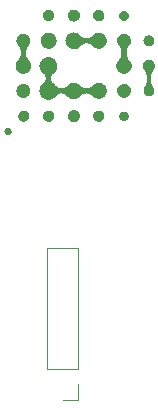
<source format=gbr>
%TF.GenerationSoftware,KiCad,Pcbnew,(6.0.7)*%
%TF.CreationDate,2023-01-05T19:37:18-06:00*%
%TF.ProjectId,OpenRectangle,4f70656e-5265-4637-9461-6e676c652e6b,rev?*%
%TF.SameCoordinates,Original*%
%TF.FileFunction,Legend,Top*%
%TF.FilePolarity,Positive*%
%FSLAX46Y46*%
G04 Gerber Fmt 4.6, Leading zero omitted, Abs format (unit mm)*
G04 Created by KiCad (PCBNEW (6.0.7)) date 2023-01-05 19:37:18*
%MOMM*%
%LPD*%
G01*
G04 APERTURE LIST*
%ADD10C,0.120000*%
%ADD11C,0.010000*%
G04 APERTURE END LIST*
D10*
%TO.C,J1*%
X331762866Y-103841500D02*
X330432866Y-103841500D01*
X331762866Y-101241500D02*
X329102866Y-101241500D01*
X331762866Y-102511500D02*
X331762866Y-103841500D01*
X329102866Y-101241500D02*
X329102866Y-91021500D01*
X331762866Y-101241500D02*
X331762866Y-91021500D01*
X331762866Y-91021500D02*
X329102866Y-91021500D01*
%TO.C,H17*%
G36*
X325792299Y-80855523D02*
G01*
X325810466Y-80857024D01*
X325819256Y-80858514D01*
X325854909Y-80868625D01*
X325888313Y-80883031D01*
X325919119Y-80901452D01*
X325946980Y-80923606D01*
X325971547Y-80949211D01*
X325992472Y-80977986D01*
X326009407Y-81009650D01*
X326011149Y-81013617D01*
X326017815Y-81029858D01*
X326022737Y-81043958D01*
X326026167Y-81057256D01*
X326028358Y-81071088D01*
X326029559Y-81086793D01*
X326030023Y-81105707D01*
X326030058Y-81114190D01*
X326029986Y-81130901D01*
X326029681Y-81143669D01*
X326029037Y-81153631D01*
X326027949Y-81161922D01*
X326026310Y-81169677D01*
X326024114Y-81177690D01*
X326011390Y-81212292D01*
X325994278Y-81244790D01*
X325973133Y-81274661D01*
X325948314Y-81301384D01*
X325927206Y-81319273D01*
X325912739Y-81329021D01*
X325895017Y-81339032D01*
X325875698Y-81348512D01*
X325856439Y-81356667D01*
X325838897Y-81362705D01*
X325833473Y-81364170D01*
X325799372Y-81370042D01*
X325765476Y-81371090D01*
X325732170Y-81367568D01*
X325699839Y-81359730D01*
X325668870Y-81347828D01*
X325639648Y-81332116D01*
X325612559Y-81312848D01*
X325587990Y-81290276D01*
X325566325Y-81264653D01*
X325547952Y-81236234D01*
X325533255Y-81205272D01*
X325522621Y-81172019D01*
X325519587Y-81158107D01*
X325517374Y-81141583D01*
X325516252Y-81122361D01*
X325516223Y-81102342D01*
X325517288Y-81083431D01*
X325519449Y-81067531D01*
X325519515Y-81067200D01*
X325529004Y-81032471D01*
X325542958Y-80999744D01*
X325561032Y-80969384D01*
X325582882Y-80941753D01*
X325608164Y-80917214D01*
X325636536Y-80896131D01*
X325667651Y-80878868D01*
X325701167Y-80865787D01*
X325713545Y-80862227D01*
X325730832Y-80858761D01*
X325750825Y-80856450D01*
X325771867Y-80855351D01*
X325792299Y-80855523D01*
G37*
D11*
X325792299Y-80855523D02*
X325810466Y-80857024D01*
X325819256Y-80858514D01*
X325854909Y-80868625D01*
X325888313Y-80883031D01*
X325919119Y-80901452D01*
X325946980Y-80923606D01*
X325971547Y-80949211D01*
X325992472Y-80977986D01*
X326009407Y-81009650D01*
X326011149Y-81013617D01*
X326017815Y-81029858D01*
X326022737Y-81043958D01*
X326026167Y-81057256D01*
X326028358Y-81071088D01*
X326029559Y-81086793D01*
X326030023Y-81105707D01*
X326030058Y-81114190D01*
X326029986Y-81130901D01*
X326029681Y-81143669D01*
X326029037Y-81153631D01*
X326027949Y-81161922D01*
X326026310Y-81169677D01*
X326024114Y-81177690D01*
X326011390Y-81212292D01*
X325994278Y-81244790D01*
X325973133Y-81274661D01*
X325948314Y-81301384D01*
X325927206Y-81319273D01*
X325912739Y-81329021D01*
X325895017Y-81339032D01*
X325875698Y-81348512D01*
X325856439Y-81356667D01*
X325838897Y-81362705D01*
X325833473Y-81364170D01*
X325799372Y-81370042D01*
X325765476Y-81371090D01*
X325732170Y-81367568D01*
X325699839Y-81359730D01*
X325668870Y-81347828D01*
X325639648Y-81332116D01*
X325612559Y-81312848D01*
X325587990Y-81290276D01*
X325566325Y-81264653D01*
X325547952Y-81236234D01*
X325533255Y-81205272D01*
X325522621Y-81172019D01*
X325519587Y-81158107D01*
X325517374Y-81141583D01*
X325516252Y-81122361D01*
X325516223Y-81102342D01*
X325517288Y-81083431D01*
X325519449Y-81067531D01*
X325519515Y-81067200D01*
X325529004Y-81032471D01*
X325542958Y-80999744D01*
X325561032Y-80969384D01*
X325582882Y-80941753D01*
X325608164Y-80917214D01*
X325636536Y-80896131D01*
X325667651Y-80878868D01*
X325701167Y-80865787D01*
X325713545Y-80862227D01*
X325730832Y-80858761D01*
X325750825Y-80856450D01*
X325771867Y-80855351D01*
X325792299Y-80855523D01*
G36*
X327099239Y-72884155D02*
G01*
X327125674Y-72885493D01*
X327140944Y-72886942D01*
X327192403Y-72895410D01*
X327242132Y-72908499D01*
X327289902Y-72925977D01*
X327335486Y-72947612D01*
X327378657Y-72973174D01*
X327419186Y-73002430D01*
X327456846Y-73035148D01*
X327491409Y-73071097D01*
X327522647Y-73110045D01*
X327550333Y-73151761D01*
X327574239Y-73196012D01*
X327594137Y-73242568D01*
X327609800Y-73291196D01*
X327620999Y-73341665D01*
X327626354Y-73380794D01*
X327628827Y-73430262D01*
X327626430Y-73480104D01*
X327619302Y-73529838D01*
X327607579Y-73578981D01*
X327591399Y-73627049D01*
X327570900Y-73673560D01*
X327546220Y-73718031D01*
X327518726Y-73758350D01*
X327512113Y-73766742D01*
X327503079Y-73777645D01*
X327492653Y-73789842D01*
X327481867Y-73802116D01*
X327478117Y-73806294D01*
X327455798Y-73832912D01*
X327432980Y-73863758D01*
X327410154Y-73898073D01*
X327387805Y-73935101D01*
X327366423Y-73974084D01*
X327353500Y-73999650D01*
X327323815Y-74065962D01*
X327299079Y-74133177D01*
X327279275Y-74201120D01*
X327264389Y-74269617D01*
X327254404Y-74338491D01*
X327249305Y-74407569D01*
X327249076Y-74476675D01*
X327253702Y-74545634D01*
X327263166Y-74614271D01*
X327277454Y-74682411D01*
X327296549Y-74749879D01*
X327320435Y-74816500D01*
X327349098Y-74882099D01*
X327382521Y-74946501D01*
X327420688Y-75009531D01*
X327447565Y-75049023D01*
X327461272Y-75067817D01*
X327477334Y-75089045D01*
X327494704Y-75111369D01*
X327512334Y-75133452D01*
X327529176Y-75153956D01*
X327537411Y-75163709D01*
X327559010Y-75190041D01*
X327577798Y-75215373D01*
X327595138Y-75241599D01*
X327604434Y-75256893D01*
X327630070Y-75305133D01*
X327651193Y-75355407D01*
X327667754Y-75407321D01*
X327679702Y-75460483D01*
X327686988Y-75514498D01*
X327689562Y-75568973D01*
X327687374Y-75623516D01*
X327680374Y-75677733D01*
X327668511Y-75731229D01*
X327665850Y-75740774D01*
X327648622Y-75791624D01*
X327626780Y-75840860D01*
X327600614Y-75888024D01*
X327570413Y-75932657D01*
X327536467Y-75974299D01*
X327499065Y-76012493D01*
X327488036Y-76022486D01*
X327445120Y-76057331D01*
X327400444Y-76087619D01*
X327353739Y-76113471D01*
X327304738Y-76135008D01*
X327253173Y-76152351D01*
X327198776Y-76165623D01*
X327155296Y-76173071D01*
X327142647Y-76174374D01*
X327126142Y-76175338D01*
X327106923Y-76175965D01*
X327086132Y-76176256D01*
X327064913Y-76176210D01*
X327044406Y-76175830D01*
X327025754Y-76175116D01*
X327010099Y-76174067D01*
X327000356Y-76172968D01*
X326943243Y-76162160D01*
X326888677Y-76147058D01*
X326836751Y-76127709D01*
X326787557Y-76104162D01*
X326741187Y-76076466D01*
X326697734Y-76044669D01*
X326657291Y-76008821D01*
X326626602Y-75976621D01*
X326591125Y-75932855D01*
X326560228Y-75886950D01*
X326533872Y-75838825D01*
X326512017Y-75788394D01*
X326494626Y-75735575D01*
X326481659Y-75680284D01*
X326477240Y-75654460D01*
X326475982Y-75643916D01*
X326474806Y-75629861D01*
X326473750Y-75613359D01*
X326472855Y-75595478D01*
X326472162Y-75577283D01*
X326471710Y-75559839D01*
X326471541Y-75544212D01*
X326471694Y-75531469D01*
X326472210Y-75522674D01*
X326472243Y-75522380D01*
X326472993Y-75515877D01*
X326474116Y-75506027D01*
X326475419Y-75494529D01*
X326476003Y-75489360D01*
X326483499Y-75443042D01*
X326495463Y-75395986D01*
X326511539Y-75349059D01*
X326531373Y-75303126D01*
X326554612Y-75259052D01*
X326580902Y-75217704D01*
X326594920Y-75198530D01*
X326601700Y-75189974D01*
X326610509Y-75179260D01*
X326619993Y-75168022D01*
X326625679Y-75161436D01*
X326661175Y-75119633D01*
X326692867Y-75079810D01*
X326721256Y-75041246D01*
X326746840Y-75003221D01*
X326770121Y-74965015D01*
X326791597Y-74925907D01*
X326798318Y-74912792D01*
X326823837Y-74858373D01*
X326845756Y-74803336D01*
X326864275Y-74746973D01*
X326879596Y-74688574D01*
X326891920Y-74627432D01*
X326901446Y-74562838D01*
X326904145Y-74539400D01*
X326908092Y-74483837D01*
X326908411Y-74425678D01*
X326905199Y-74365779D01*
X326898554Y-74304998D01*
X326888573Y-74244193D01*
X326875352Y-74184221D01*
X326858989Y-74125938D01*
X326856388Y-74117760D01*
X326842413Y-74077667D01*
X326826553Y-74037813D01*
X326809142Y-73998808D01*
X326790513Y-73961265D01*
X326771001Y-73925797D01*
X326750939Y-73893015D01*
X326730662Y-73863531D01*
X326710501Y-73837959D01*
X326694213Y-73820258D01*
X326657543Y-73780346D01*
X326625529Y-73738460D01*
X326598092Y-73694468D01*
X326575155Y-73648240D01*
X326556639Y-73599643D01*
X326550023Y-73578010D01*
X326538317Y-73527801D01*
X326531549Y-73477371D01*
X326529605Y-73427019D01*
X326532372Y-73377045D01*
X326539735Y-73327747D01*
X326551579Y-73279425D01*
X326567790Y-73232379D01*
X326588253Y-73186906D01*
X326612855Y-73143306D01*
X326641480Y-73101879D01*
X326674015Y-73062924D01*
X326710346Y-73026739D01*
X326750356Y-72993625D01*
X326781916Y-72971500D01*
X326825412Y-72946083D01*
X326871772Y-72924528D01*
X326920249Y-72907123D01*
X326970099Y-72894156D01*
X326994006Y-72889641D01*
X327016951Y-72886705D01*
X327043233Y-72884791D01*
X327071211Y-72883931D01*
X327099239Y-72884155D01*
G37*
X327099239Y-72884155D02*
X327125674Y-72885493D01*
X327140944Y-72886942D01*
X327192403Y-72895410D01*
X327242132Y-72908499D01*
X327289902Y-72925977D01*
X327335486Y-72947612D01*
X327378657Y-72973174D01*
X327419186Y-73002430D01*
X327456846Y-73035148D01*
X327491409Y-73071097D01*
X327522647Y-73110045D01*
X327550333Y-73151761D01*
X327574239Y-73196012D01*
X327594137Y-73242568D01*
X327609800Y-73291196D01*
X327620999Y-73341665D01*
X327626354Y-73380794D01*
X327628827Y-73430262D01*
X327626430Y-73480104D01*
X327619302Y-73529838D01*
X327607579Y-73578981D01*
X327591399Y-73627049D01*
X327570900Y-73673560D01*
X327546220Y-73718031D01*
X327518726Y-73758350D01*
X327512113Y-73766742D01*
X327503079Y-73777645D01*
X327492653Y-73789842D01*
X327481867Y-73802116D01*
X327478117Y-73806294D01*
X327455798Y-73832912D01*
X327432980Y-73863758D01*
X327410154Y-73898073D01*
X327387805Y-73935101D01*
X327366423Y-73974084D01*
X327353500Y-73999650D01*
X327323815Y-74065962D01*
X327299079Y-74133177D01*
X327279275Y-74201120D01*
X327264389Y-74269617D01*
X327254404Y-74338491D01*
X327249305Y-74407569D01*
X327249076Y-74476675D01*
X327253702Y-74545634D01*
X327263166Y-74614271D01*
X327277454Y-74682411D01*
X327296549Y-74749879D01*
X327320435Y-74816500D01*
X327349098Y-74882099D01*
X327382521Y-74946501D01*
X327420688Y-75009531D01*
X327447565Y-75049023D01*
X327461272Y-75067817D01*
X327477334Y-75089045D01*
X327494704Y-75111369D01*
X327512334Y-75133452D01*
X327529176Y-75153956D01*
X327537411Y-75163709D01*
X327559010Y-75190041D01*
X327577798Y-75215373D01*
X327595138Y-75241599D01*
X327604434Y-75256893D01*
X327630070Y-75305133D01*
X327651193Y-75355407D01*
X327667754Y-75407321D01*
X327679702Y-75460483D01*
X327686988Y-75514498D01*
X327689562Y-75568973D01*
X327687374Y-75623516D01*
X327680374Y-75677733D01*
X327668511Y-75731229D01*
X327665850Y-75740774D01*
X327648622Y-75791624D01*
X327626780Y-75840860D01*
X327600614Y-75888024D01*
X327570413Y-75932657D01*
X327536467Y-75974299D01*
X327499065Y-76012493D01*
X327488036Y-76022486D01*
X327445120Y-76057331D01*
X327400444Y-76087619D01*
X327353739Y-76113471D01*
X327304738Y-76135008D01*
X327253173Y-76152351D01*
X327198776Y-76165623D01*
X327155296Y-76173071D01*
X327142647Y-76174374D01*
X327126142Y-76175338D01*
X327106923Y-76175965D01*
X327086132Y-76176256D01*
X327064913Y-76176210D01*
X327044406Y-76175830D01*
X327025754Y-76175116D01*
X327010099Y-76174067D01*
X327000356Y-76172968D01*
X326943243Y-76162160D01*
X326888677Y-76147058D01*
X326836751Y-76127709D01*
X326787557Y-76104162D01*
X326741187Y-76076466D01*
X326697734Y-76044669D01*
X326657291Y-76008821D01*
X326626602Y-75976621D01*
X326591125Y-75932855D01*
X326560228Y-75886950D01*
X326533872Y-75838825D01*
X326512017Y-75788394D01*
X326494626Y-75735575D01*
X326481659Y-75680284D01*
X326477240Y-75654460D01*
X326475982Y-75643916D01*
X326474806Y-75629861D01*
X326473750Y-75613359D01*
X326472855Y-75595478D01*
X326472162Y-75577283D01*
X326471710Y-75559839D01*
X326471541Y-75544212D01*
X326471694Y-75531469D01*
X326472210Y-75522674D01*
X326472243Y-75522380D01*
X326472993Y-75515877D01*
X326474116Y-75506027D01*
X326475419Y-75494529D01*
X326476003Y-75489360D01*
X326483499Y-75443042D01*
X326495463Y-75395986D01*
X326511539Y-75349059D01*
X326531373Y-75303126D01*
X326554612Y-75259052D01*
X326580902Y-75217704D01*
X326594920Y-75198530D01*
X326601700Y-75189974D01*
X326610509Y-75179260D01*
X326619993Y-75168022D01*
X326625679Y-75161436D01*
X326661175Y-75119633D01*
X326692867Y-75079810D01*
X326721256Y-75041246D01*
X326746840Y-75003221D01*
X326770121Y-74965015D01*
X326791597Y-74925907D01*
X326798318Y-74912792D01*
X326823837Y-74858373D01*
X326845756Y-74803336D01*
X326864275Y-74746973D01*
X326879596Y-74688574D01*
X326891920Y-74627432D01*
X326901446Y-74562838D01*
X326904145Y-74539400D01*
X326908092Y-74483837D01*
X326908411Y-74425678D01*
X326905199Y-74365779D01*
X326898554Y-74304998D01*
X326888573Y-74244193D01*
X326875352Y-74184221D01*
X326858989Y-74125938D01*
X326856388Y-74117760D01*
X326842413Y-74077667D01*
X326826553Y-74037813D01*
X326809142Y-73998808D01*
X326790513Y-73961265D01*
X326771001Y-73925797D01*
X326750939Y-73893015D01*
X326730662Y-73863531D01*
X326710501Y-73837959D01*
X326694213Y-73820258D01*
X326657543Y-73780346D01*
X326625529Y-73738460D01*
X326598092Y-73694468D01*
X326575155Y-73648240D01*
X326556639Y-73599643D01*
X326550023Y-73578010D01*
X326538317Y-73527801D01*
X326531549Y-73477371D01*
X326529605Y-73427019D01*
X326532372Y-73377045D01*
X326539735Y-73327747D01*
X326551579Y-73279425D01*
X326567790Y-73232379D01*
X326588253Y-73186906D01*
X326612855Y-73143306D01*
X326641480Y-73101879D01*
X326674015Y-73062924D01*
X326710346Y-73026739D01*
X326750356Y-72993625D01*
X326781916Y-72971500D01*
X326825412Y-72946083D01*
X326871772Y-72924528D01*
X326920249Y-72907123D01*
X326970099Y-72894156D01*
X326994006Y-72889641D01*
X327016951Y-72886705D01*
X327043233Y-72884791D01*
X327071211Y-72883931D01*
X327099239Y-72884155D01*
G36*
X327130350Y-77133720D02*
G01*
X327180077Y-77141598D01*
X327229092Y-77154227D01*
X327277117Y-77171566D01*
X327323872Y-77193578D01*
X327369079Y-77220221D01*
X327397866Y-77240275D01*
X327412330Y-77251838D01*
X327428875Y-77266431D01*
X327446498Y-77283055D01*
X327464197Y-77300706D01*
X327480971Y-77318382D01*
X327495817Y-77335082D01*
X327507734Y-77349803D01*
X327508765Y-77351180D01*
X327539088Y-77396003D01*
X327564497Y-77442098D01*
X327585004Y-77489501D01*
X327600622Y-77538246D01*
X327611363Y-77588369D01*
X327617241Y-77639905D01*
X327618022Y-77654710D01*
X327617568Y-77706140D01*
X327612230Y-77756781D01*
X327602179Y-77806345D01*
X327587586Y-77854544D01*
X327568622Y-77901093D01*
X327545458Y-77945703D01*
X327518266Y-77988088D01*
X327487215Y-78027961D01*
X327452477Y-78065035D01*
X327414224Y-78099023D01*
X327372625Y-78129637D01*
X327327853Y-78156592D01*
X327314962Y-78163347D01*
X327267603Y-78184634D01*
X327218338Y-78201330D01*
X327166870Y-78213531D01*
X327150216Y-78216449D01*
X327129253Y-78218972D01*
X327104787Y-78220519D01*
X327078301Y-78221100D01*
X327051274Y-78220726D01*
X327025187Y-78219408D01*
X327001523Y-78217155D01*
X326988830Y-78215313D01*
X326937411Y-78204068D01*
X326887955Y-78188299D01*
X326840690Y-78168237D01*
X326795841Y-78144110D01*
X326753635Y-78116149D01*
X326714298Y-78084584D01*
X326678057Y-78049645D01*
X326645137Y-78011562D01*
X326615765Y-77970566D01*
X326590168Y-77926885D01*
X326568571Y-77880751D01*
X326551202Y-77832394D01*
X326538286Y-77782042D01*
X326532904Y-77751880D01*
X326530768Y-77733821D01*
X326529181Y-77712599D01*
X326528187Y-77689804D01*
X326527830Y-77667024D01*
X326528152Y-77645846D01*
X326529198Y-77627859D01*
X326529424Y-77625500D01*
X326537215Y-77573771D01*
X326549844Y-77523394D01*
X326567190Y-77474621D01*
X326589133Y-77427706D01*
X326615550Y-77382900D01*
X326646321Y-77340457D01*
X326681324Y-77300628D01*
X326689096Y-77292725D01*
X326726684Y-77258098D01*
X326765596Y-77228053D01*
X326806530Y-77202131D01*
X326850188Y-77179873D01*
X326880810Y-77166976D01*
X326929909Y-77150507D01*
X326979691Y-77138986D01*
X327029879Y-77132375D01*
X327080191Y-77130633D01*
X327130350Y-77133720D01*
G37*
X327130350Y-77133720D02*
X327180077Y-77141598D01*
X327229092Y-77154227D01*
X327277117Y-77171566D01*
X327323872Y-77193578D01*
X327369079Y-77220221D01*
X327397866Y-77240275D01*
X327412330Y-77251838D01*
X327428875Y-77266431D01*
X327446498Y-77283055D01*
X327464197Y-77300706D01*
X327480971Y-77318382D01*
X327495817Y-77335082D01*
X327507734Y-77349803D01*
X327508765Y-77351180D01*
X327539088Y-77396003D01*
X327564497Y-77442098D01*
X327585004Y-77489501D01*
X327600622Y-77538246D01*
X327611363Y-77588369D01*
X327617241Y-77639905D01*
X327618022Y-77654710D01*
X327617568Y-77706140D01*
X327612230Y-77756781D01*
X327602179Y-77806345D01*
X327587586Y-77854544D01*
X327568622Y-77901093D01*
X327545458Y-77945703D01*
X327518266Y-77988088D01*
X327487215Y-78027961D01*
X327452477Y-78065035D01*
X327414224Y-78099023D01*
X327372625Y-78129637D01*
X327327853Y-78156592D01*
X327314962Y-78163347D01*
X327267603Y-78184634D01*
X327218338Y-78201330D01*
X327166870Y-78213531D01*
X327150216Y-78216449D01*
X327129253Y-78218972D01*
X327104787Y-78220519D01*
X327078301Y-78221100D01*
X327051274Y-78220726D01*
X327025187Y-78219408D01*
X327001523Y-78217155D01*
X326988830Y-78215313D01*
X326937411Y-78204068D01*
X326887955Y-78188299D01*
X326840690Y-78168237D01*
X326795841Y-78144110D01*
X326753635Y-78116149D01*
X326714298Y-78084584D01*
X326678057Y-78049645D01*
X326645137Y-78011562D01*
X326615765Y-77970566D01*
X326590168Y-77926885D01*
X326568571Y-77880751D01*
X326551202Y-77832394D01*
X326538286Y-77782042D01*
X326532904Y-77751880D01*
X326530768Y-77733821D01*
X326529181Y-77712599D01*
X326528187Y-77689804D01*
X326527830Y-77667024D01*
X326528152Y-77645846D01*
X326529198Y-77627859D01*
X326529424Y-77625500D01*
X326537215Y-77573771D01*
X326549844Y-77523394D01*
X326567190Y-77474621D01*
X326589133Y-77427706D01*
X326615550Y-77382900D01*
X326646321Y-77340457D01*
X326681324Y-77300628D01*
X326689096Y-77292725D01*
X326726684Y-77258098D01*
X326765596Y-77228053D01*
X326806530Y-77202131D01*
X326850188Y-77179873D01*
X326880810Y-77166976D01*
X326929909Y-77150507D01*
X326979691Y-77138986D01*
X327029879Y-77132375D01*
X327080191Y-77130633D01*
X327130350Y-77133720D01*
G36*
X327127629Y-79395054D02*
G01*
X327148237Y-79395928D01*
X327166320Y-79397575D01*
X327183145Y-79400183D01*
X327199984Y-79403937D01*
X327218104Y-79409022D01*
X327233184Y-79413784D01*
X327275297Y-79430093D01*
X327314783Y-79450506D01*
X327351456Y-79474699D01*
X327385128Y-79502347D01*
X327415613Y-79533126D01*
X327442722Y-79566710D01*
X327466270Y-79602777D01*
X327486069Y-79641000D01*
X327501933Y-79681057D01*
X327513673Y-79722621D01*
X327521104Y-79765369D01*
X327524038Y-79808976D01*
X327522287Y-79853118D01*
X327515666Y-79897470D01*
X327514674Y-79902158D01*
X327502531Y-79946189D01*
X327485825Y-79988308D01*
X327464814Y-80028200D01*
X327439758Y-80065548D01*
X327410915Y-80100035D01*
X327378545Y-80131346D01*
X327342906Y-80159164D01*
X327304259Y-80183173D01*
X327270958Y-80199597D01*
X327229270Y-80215223D01*
X327185994Y-80226294D01*
X327141719Y-80232782D01*
X327097033Y-80234659D01*
X327052525Y-80231897D01*
X327008783Y-80224468D01*
X326971070Y-80213939D01*
X326928634Y-80197175D01*
X326888872Y-80176321D01*
X326851981Y-80151689D01*
X326818157Y-80123596D01*
X326787596Y-80092354D01*
X326760496Y-80058278D01*
X326737051Y-80021683D01*
X326717458Y-79982882D01*
X326701914Y-79942189D01*
X326690615Y-79899920D01*
X326683756Y-79856388D01*
X326681534Y-79811908D01*
X326684146Y-79766793D01*
X326685424Y-79756560D01*
X326694119Y-79711564D01*
X326707566Y-79668275D01*
X326725669Y-79626875D01*
X326748333Y-79587550D01*
X326775461Y-79550485D01*
X326806959Y-79515864D01*
X326812800Y-79510180D01*
X326848200Y-79479680D01*
X326885955Y-79453664D01*
X326926149Y-79432088D01*
X326968867Y-79414907D01*
X327014196Y-79402075D01*
X327020805Y-79400613D01*
X327030971Y-79398560D01*
X327040263Y-79397037D01*
X327049727Y-79395971D01*
X327060411Y-79395288D01*
X327073363Y-79394912D01*
X327089628Y-79394770D01*
X327103226Y-79394769D01*
X327127629Y-79395054D01*
G37*
X327127629Y-79395054D02*
X327148237Y-79395928D01*
X327166320Y-79397575D01*
X327183145Y-79400183D01*
X327199984Y-79403937D01*
X327218104Y-79409022D01*
X327233184Y-79413784D01*
X327275297Y-79430093D01*
X327314783Y-79450506D01*
X327351456Y-79474699D01*
X327385128Y-79502347D01*
X327415613Y-79533126D01*
X327442722Y-79566710D01*
X327466270Y-79602777D01*
X327486069Y-79641000D01*
X327501933Y-79681057D01*
X327513673Y-79722621D01*
X327521104Y-79765369D01*
X327524038Y-79808976D01*
X327522287Y-79853118D01*
X327515666Y-79897470D01*
X327514674Y-79902158D01*
X327502531Y-79946189D01*
X327485825Y-79988308D01*
X327464814Y-80028200D01*
X327439758Y-80065548D01*
X327410915Y-80100035D01*
X327378545Y-80131346D01*
X327342906Y-80159164D01*
X327304259Y-80183173D01*
X327270958Y-80199597D01*
X327229270Y-80215223D01*
X327185994Y-80226294D01*
X327141719Y-80232782D01*
X327097033Y-80234659D01*
X327052525Y-80231897D01*
X327008783Y-80224468D01*
X326971070Y-80213939D01*
X326928634Y-80197175D01*
X326888872Y-80176321D01*
X326851981Y-80151689D01*
X326818157Y-80123596D01*
X326787596Y-80092354D01*
X326760496Y-80058278D01*
X326737051Y-80021683D01*
X326717458Y-79982882D01*
X326701914Y-79942189D01*
X326690615Y-79899920D01*
X326683756Y-79856388D01*
X326681534Y-79811908D01*
X326684146Y-79766793D01*
X326685424Y-79756560D01*
X326694119Y-79711564D01*
X326707566Y-79668275D01*
X326725669Y-79626875D01*
X326748333Y-79587550D01*
X326775461Y-79550485D01*
X326806959Y-79515864D01*
X326812800Y-79510180D01*
X326848200Y-79479680D01*
X326885955Y-79453664D01*
X326926149Y-79432088D01*
X326968867Y-79414907D01*
X327014196Y-79402075D01*
X327020805Y-79400613D01*
X327030971Y-79398560D01*
X327040263Y-79397037D01*
X327049727Y-79395971D01*
X327060411Y-79395288D01*
X327073363Y-79394912D01*
X327089628Y-79394770D01*
X327103226Y-79394769D01*
X327127629Y-79395054D01*
G36*
X329196186Y-74855729D02*
G01*
X329220594Y-74855844D01*
X329240670Y-74856140D01*
X329257161Y-74856648D01*
X329270814Y-74857403D01*
X329282376Y-74858437D01*
X329292593Y-74859784D01*
X329294704Y-74860121D01*
X329355699Y-74872470D01*
X329413916Y-74889050D01*
X329469493Y-74909931D01*
X329522566Y-74935181D01*
X329573271Y-74964870D01*
X329621744Y-74999067D01*
X329668121Y-75037841D01*
X329695535Y-75063865D01*
X329736809Y-75108418D01*
X329773988Y-75155861D01*
X329806949Y-75205951D01*
X329835568Y-75258446D01*
X329859722Y-75313106D01*
X329879288Y-75369687D01*
X329894143Y-75427948D01*
X329901393Y-75467770D01*
X329903032Y-75481774D01*
X329904348Y-75499675D01*
X329905336Y-75520464D01*
X329905987Y-75543131D01*
X329906296Y-75566668D01*
X329906256Y-75590066D01*
X329905861Y-75612314D01*
X329905102Y-75632405D01*
X329903975Y-75649328D01*
X329902670Y-75660810D01*
X329891033Y-75721677D01*
X329874832Y-75780494D01*
X329854168Y-75837095D01*
X329829143Y-75891312D01*
X329799858Y-75942982D01*
X329766412Y-75991937D01*
X329728907Y-76038012D01*
X329687444Y-76081041D01*
X329642124Y-76120858D01*
X329606396Y-76147992D01*
X329590488Y-76159468D01*
X329577734Y-76169073D01*
X329567061Y-76177753D01*
X329557393Y-76186454D01*
X329547657Y-76196120D01*
X329536780Y-76207697D01*
X329529486Y-76215703D01*
X329492499Y-76259622D01*
X329460419Y-76304336D01*
X329433094Y-76350194D01*
X329410370Y-76397541D01*
X329392095Y-76446724D01*
X329378117Y-76498091D01*
X329368281Y-76551988D01*
X329363736Y-76591895D01*
X329362635Y-76606811D01*
X329362222Y-76619978D01*
X329362530Y-76633176D01*
X329363589Y-76648186D01*
X329364999Y-76662697D01*
X329373173Y-76719004D01*
X329385718Y-76772825D01*
X329402714Y-76824324D01*
X329424236Y-76873667D01*
X329450364Y-76921019D01*
X329481175Y-76966547D01*
X329516746Y-77010416D01*
X329540179Y-77035774D01*
X329556566Y-77051884D01*
X329572633Y-77066136D01*
X329587220Y-77077511D01*
X329590500Y-77079788D01*
X329630623Y-77109219D01*
X329669993Y-77142759D01*
X329707629Y-77179442D01*
X329742547Y-77218303D01*
X329773765Y-77258375D01*
X329777449Y-77263550D01*
X329785891Y-77274029D01*
X329797883Y-77286749D01*
X329812763Y-77301103D01*
X329829872Y-77316486D01*
X329848550Y-77332293D01*
X329868137Y-77347918D01*
X329875636Y-77353647D01*
X329925336Y-77388393D01*
X329976054Y-77418317D01*
X330028118Y-77443544D01*
X330081859Y-77464196D01*
X330137604Y-77480397D01*
X330195684Y-77492270D01*
X330256426Y-77499939D01*
X330268881Y-77500975D01*
X330311298Y-77502248D01*
X330356256Y-77499936D01*
X330402874Y-77494205D01*
X330450268Y-77485222D01*
X330497555Y-77473153D01*
X330543852Y-77458164D01*
X330586588Y-77441164D01*
X330619284Y-77425544D01*
X330652712Y-77407152D01*
X330686109Y-77386544D01*
X330718710Y-77364279D01*
X330749753Y-77340914D01*
X330778473Y-77317006D01*
X330804107Y-77293114D01*
X330825891Y-77269794D01*
X330832913Y-77261308D01*
X330854437Y-77235747D01*
X330878088Y-77210237D01*
X330902280Y-77186434D01*
X330919384Y-77171076D01*
X330966099Y-77134090D01*
X331014402Y-77101903D01*
X331064463Y-77074436D01*
X331116451Y-77051611D01*
X331170537Y-77033348D01*
X331226888Y-77019569D01*
X331256642Y-77014229D01*
X331273633Y-77012184D01*
X331294486Y-77010698D01*
X331318011Y-77009770D01*
X331343022Y-77009399D01*
X331368330Y-77009585D01*
X331392747Y-77010327D01*
X331415085Y-77011625D01*
X331434157Y-77013478D01*
X331440276Y-77014323D01*
X331498102Y-77025715D01*
X331554258Y-77041887D01*
X331608576Y-77062766D01*
X331660893Y-77088280D01*
X331711043Y-77118358D01*
X331758860Y-77152927D01*
X331759791Y-77153663D01*
X331778694Y-77169570D01*
X331799188Y-77188425D01*
X331820017Y-77208971D01*
X331839923Y-77229949D01*
X331857647Y-77250102D01*
X331864086Y-77257952D01*
X331884539Y-77281047D01*
X331909309Y-77304796D01*
X331937758Y-77328719D01*
X331969249Y-77352339D01*
X332003146Y-77375176D01*
X332038812Y-77396753D01*
X332074066Y-77415805D01*
X332121560Y-77438171D01*
X332169310Y-77456922D01*
X332218112Y-77472272D01*
X332268764Y-77484435D01*
X332322062Y-77493624D01*
X332378805Y-77500054D01*
X332392341Y-77501159D01*
X332415174Y-77502490D01*
X332435779Y-77502699D01*
X332456882Y-77501785D01*
X332466001Y-77501110D01*
X332521525Y-77495319D01*
X332573359Y-77487131D01*
X332622409Y-77476316D01*
X332669581Y-77462645D01*
X332715779Y-77445888D01*
X332761472Y-77426018D01*
X332785974Y-77413801D01*
X332811228Y-77399894D01*
X332836595Y-77384746D01*
X332861436Y-77368803D01*
X332885112Y-77352511D01*
X332906982Y-77336317D01*
X332926408Y-77320669D01*
X332942750Y-77306012D01*
X332955367Y-77292794D01*
X332959463Y-77287698D01*
X332967637Y-77277672D01*
X332978892Y-77265112D01*
X332992448Y-77250786D01*
X333007523Y-77235462D01*
X333023339Y-77219906D01*
X333039114Y-77204886D01*
X333054067Y-77191169D01*
X333067419Y-77179523D01*
X333078388Y-77170715D01*
X333078678Y-77170498D01*
X333126356Y-77137932D01*
X333175650Y-77110042D01*
X333226352Y-77086872D01*
X333278254Y-77068467D01*
X333331145Y-77054872D01*
X333384818Y-77046133D01*
X333439063Y-77042293D01*
X333493672Y-77043399D01*
X333548435Y-77049494D01*
X333596736Y-77059056D01*
X333650001Y-77074352D01*
X333701319Y-77094172D01*
X333750455Y-77118267D01*
X333797177Y-77146387D01*
X333841251Y-77178283D01*
X333882443Y-77213706D01*
X333920519Y-77252407D01*
X333955245Y-77294136D01*
X333986388Y-77338645D01*
X334013714Y-77385684D01*
X334036990Y-77435004D01*
X334055981Y-77486356D01*
X334070454Y-77539490D01*
X334076634Y-77570721D01*
X334083302Y-77624580D01*
X334085010Y-77678574D01*
X334081861Y-77732383D01*
X334073954Y-77785689D01*
X334061391Y-77838174D01*
X334044272Y-77889517D01*
X334022699Y-77939402D01*
X333996771Y-77987509D01*
X333966591Y-78033519D01*
X333932258Y-78077114D01*
X333907993Y-78103765D01*
X333865795Y-78144137D01*
X333821348Y-78179954D01*
X333774627Y-78211230D01*
X333725607Y-78237977D01*
X333674264Y-78260209D01*
X333620574Y-78277939D01*
X333564510Y-78291179D01*
X333541611Y-78295189D01*
X333524200Y-78297280D01*
X333502998Y-78298765D01*
X333479260Y-78299647D01*
X333454240Y-78299925D01*
X333429191Y-78299601D01*
X333405367Y-78298675D01*
X333384023Y-78297148D01*
X333366866Y-78295092D01*
X333310946Y-78283863D01*
X333256821Y-78267907D01*
X333204631Y-78247304D01*
X333154517Y-78222129D01*
X333106620Y-78192459D01*
X333061080Y-78158373D01*
X333018038Y-78119947D01*
X332984508Y-78085034D01*
X332953261Y-78053185D01*
X332917625Y-78022190D01*
X332878272Y-77992453D01*
X332835874Y-77964379D01*
X332791103Y-77938375D01*
X332744631Y-77914846D01*
X332697129Y-77894197D01*
X332649269Y-77876834D01*
X332629337Y-77870653D01*
X332591001Y-77860392D01*
X332553937Y-77852686D01*
X332516718Y-77847339D01*
X332477912Y-77844159D01*
X332436092Y-77842948D01*
X332425796Y-77842929D01*
X332392825Y-77843448D01*
X332363412Y-77844930D01*
X332336100Y-77847533D01*
X332309431Y-77851419D01*
X332281949Y-77856748D01*
X332264728Y-77860642D01*
X332205450Y-77877234D01*
X332147043Y-77898779D01*
X332089670Y-77925199D01*
X332033493Y-77956414D01*
X331978675Y-77992348D01*
X331956514Y-78008513D01*
X331928509Y-78030224D01*
X331903369Y-78051063D01*
X331881626Y-78070569D01*
X331863811Y-78088283D01*
X331861916Y-78090316D01*
X331825262Y-78128568D01*
X331789810Y-78162441D01*
X331755007Y-78192319D01*
X331720296Y-78218589D01*
X331685122Y-78241636D01*
X331648928Y-78261847D01*
X331611158Y-78279606D01*
X331571258Y-78295299D01*
X331561637Y-78298686D01*
X331526028Y-78310096D01*
X331492379Y-78318928D01*
X331459202Y-78325443D01*
X331425012Y-78329902D01*
X331388324Y-78332567D01*
X331364076Y-78333422D01*
X331322942Y-78333537D01*
X331285100Y-78331724D01*
X331249071Y-78327800D01*
X331213376Y-78321578D01*
X331176536Y-78312875D01*
X331157671Y-78307663D01*
X331106418Y-78290425D01*
X331056318Y-78268680D01*
X331007881Y-78242780D01*
X330961620Y-78213076D01*
X330918047Y-78179918D01*
X330877674Y-78143656D01*
X330841013Y-78104643D01*
X330816277Y-78073810D01*
X330806518Y-78061665D01*
X330795153Y-78049400D01*
X330781602Y-78036482D01*
X330765285Y-78022378D01*
X330745621Y-78006556D01*
X330729076Y-77993810D01*
X330678005Y-77957800D01*
X330626027Y-77926724D01*
X330572906Y-77900480D01*
X330518408Y-77878967D01*
X330462297Y-77862083D01*
X330404338Y-77849727D01*
X330389986Y-77847402D01*
X330374589Y-77845609D01*
X330355515Y-77844244D01*
X330333972Y-77843316D01*
X330311171Y-77842837D01*
X330288321Y-77842817D01*
X330266631Y-77843267D01*
X330247310Y-77844197D01*
X330231568Y-77845618D01*
X330228696Y-77845999D01*
X330169284Y-77856913D01*
X330111603Y-77872461D01*
X330055510Y-77892706D01*
X330000863Y-77917713D01*
X329947519Y-77947544D01*
X329895337Y-77982262D01*
X329857856Y-78010760D01*
X329837655Y-78027655D01*
X329816816Y-78046361D01*
X329796354Y-78065889D01*
X329777282Y-78085248D01*
X329760615Y-78103449D01*
X329750322Y-78115720D01*
X329737110Y-78131389D01*
X329720956Y-78149128D01*
X329702915Y-78167885D01*
X329684039Y-78186608D01*
X329665383Y-78204248D01*
X329648001Y-78219753D01*
X329636155Y-78229571D01*
X329587560Y-78264977D01*
X329536759Y-78296028D01*
X329484044Y-78322641D01*
X329429704Y-78344737D01*
X329374030Y-78362232D01*
X329317312Y-78375046D01*
X329259841Y-78383098D01*
X329201906Y-78386306D01*
X329143800Y-78384589D01*
X329099583Y-78379923D01*
X329040773Y-78369216D01*
X328983385Y-78353684D01*
X328927632Y-78333437D01*
X328873727Y-78308583D01*
X328821883Y-78279233D01*
X328772313Y-78245495D01*
X328725231Y-78207478D01*
X328680849Y-78165293D01*
X328680471Y-78164904D01*
X328641789Y-78121535D01*
X328606669Y-78075019D01*
X328575335Y-78025809D01*
X328548012Y-77974361D01*
X328524925Y-77921131D01*
X328506299Y-77866573D01*
X328492358Y-77811143D01*
X328485075Y-77769010D01*
X328479692Y-77712042D01*
X328479134Y-77654359D01*
X328483302Y-77596494D01*
X328492096Y-77538981D01*
X328505416Y-77482352D01*
X328523164Y-77427141D01*
X328545240Y-77373880D01*
X328566575Y-77331904D01*
X328594353Y-77285946D01*
X328625612Y-77241761D01*
X328659764Y-77200026D01*
X328696222Y-77161418D01*
X328734397Y-77126615D01*
X328766626Y-77101351D01*
X328797059Y-77077083D01*
X328827652Y-77048621D01*
X328857725Y-77016777D01*
X328886594Y-76982368D01*
X328913577Y-76946207D01*
X328937990Y-76909110D01*
X328959153Y-76871890D01*
X328959554Y-76871120D01*
X328982329Y-76822206D01*
X329000072Y-76772894D01*
X329012806Y-76723301D01*
X329020551Y-76673543D01*
X329023332Y-76623737D01*
X329021168Y-76573999D01*
X329014083Y-76524446D01*
X329002099Y-76475195D01*
X328985238Y-76426362D01*
X328963521Y-76378063D01*
X328936971Y-76330416D01*
X328905610Y-76283537D01*
X328869460Y-76237542D01*
X328831696Y-76195803D01*
X328819571Y-76183661D01*
X328806513Y-76171312D01*
X328793776Y-76159895D01*
X328782614Y-76150551D01*
X328778236Y-76147176D01*
X328743479Y-76120087D01*
X328711622Y-76092263D01*
X328680600Y-76061901D01*
X328680471Y-76061767D01*
X328640748Y-76017299D01*
X328605097Y-75970083D01*
X328573630Y-75920414D01*
X328546458Y-75868591D01*
X328523692Y-75814911D01*
X328505444Y-75759671D01*
X328491825Y-75703170D01*
X328482947Y-75645705D01*
X328478922Y-75587572D01*
X328479861Y-75529071D01*
X328479997Y-75526824D01*
X328486154Y-75467913D01*
X328497081Y-75410324D01*
X328512586Y-75354285D01*
X328532478Y-75300023D01*
X328556566Y-75247765D01*
X328584659Y-75197738D01*
X328616567Y-75150170D01*
X328652097Y-75105287D01*
X328691059Y-75063316D01*
X328733262Y-75024485D01*
X328778515Y-74989020D01*
X328826627Y-74957148D01*
X328877406Y-74929098D01*
X328930662Y-74905095D01*
X328986204Y-74885367D01*
X329029816Y-74873375D01*
X329051203Y-74868366D01*
X329069984Y-74864380D01*
X329087208Y-74861306D01*
X329103919Y-74859032D01*
X329121163Y-74857449D01*
X329139987Y-74856444D01*
X329161438Y-74855908D01*
X329186559Y-74855728D01*
X329196186Y-74855729D01*
G37*
X329196186Y-74855729D02*
X329220594Y-74855844D01*
X329240670Y-74856140D01*
X329257161Y-74856648D01*
X329270814Y-74857403D01*
X329282376Y-74858437D01*
X329292593Y-74859784D01*
X329294704Y-74860121D01*
X329355699Y-74872470D01*
X329413916Y-74889050D01*
X329469493Y-74909931D01*
X329522566Y-74935181D01*
X329573271Y-74964870D01*
X329621744Y-74999067D01*
X329668121Y-75037841D01*
X329695535Y-75063865D01*
X329736809Y-75108418D01*
X329773988Y-75155861D01*
X329806949Y-75205951D01*
X329835568Y-75258446D01*
X329859722Y-75313106D01*
X329879288Y-75369687D01*
X329894143Y-75427948D01*
X329901393Y-75467770D01*
X329903032Y-75481774D01*
X329904348Y-75499675D01*
X329905336Y-75520464D01*
X329905987Y-75543131D01*
X329906296Y-75566668D01*
X329906256Y-75590066D01*
X329905861Y-75612314D01*
X329905102Y-75632405D01*
X329903975Y-75649328D01*
X329902670Y-75660810D01*
X329891033Y-75721677D01*
X329874832Y-75780494D01*
X329854168Y-75837095D01*
X329829143Y-75891312D01*
X329799858Y-75942982D01*
X329766412Y-75991937D01*
X329728907Y-76038012D01*
X329687444Y-76081041D01*
X329642124Y-76120858D01*
X329606396Y-76147992D01*
X329590488Y-76159468D01*
X329577734Y-76169073D01*
X329567061Y-76177753D01*
X329557393Y-76186454D01*
X329547657Y-76196120D01*
X329536780Y-76207697D01*
X329529486Y-76215703D01*
X329492499Y-76259622D01*
X329460419Y-76304336D01*
X329433094Y-76350194D01*
X329410370Y-76397541D01*
X329392095Y-76446724D01*
X329378117Y-76498091D01*
X329368281Y-76551988D01*
X329363736Y-76591895D01*
X329362635Y-76606811D01*
X329362222Y-76619978D01*
X329362530Y-76633176D01*
X329363589Y-76648186D01*
X329364999Y-76662697D01*
X329373173Y-76719004D01*
X329385718Y-76772825D01*
X329402714Y-76824324D01*
X329424236Y-76873667D01*
X329450364Y-76921019D01*
X329481175Y-76966547D01*
X329516746Y-77010416D01*
X329540179Y-77035774D01*
X329556566Y-77051884D01*
X329572633Y-77066136D01*
X329587220Y-77077511D01*
X329590500Y-77079788D01*
X329630623Y-77109219D01*
X329669993Y-77142759D01*
X329707629Y-77179442D01*
X329742547Y-77218303D01*
X329773765Y-77258375D01*
X329777449Y-77263550D01*
X329785891Y-77274029D01*
X329797883Y-77286749D01*
X329812763Y-77301103D01*
X329829872Y-77316486D01*
X329848550Y-77332293D01*
X329868137Y-77347918D01*
X329875636Y-77353647D01*
X329925336Y-77388393D01*
X329976054Y-77418317D01*
X330028118Y-77443544D01*
X330081859Y-77464196D01*
X330137604Y-77480397D01*
X330195684Y-77492270D01*
X330256426Y-77499939D01*
X330268881Y-77500975D01*
X330311298Y-77502248D01*
X330356256Y-77499936D01*
X330402874Y-77494205D01*
X330450268Y-77485222D01*
X330497555Y-77473153D01*
X330543852Y-77458164D01*
X330586588Y-77441164D01*
X330619284Y-77425544D01*
X330652712Y-77407152D01*
X330686109Y-77386544D01*
X330718710Y-77364279D01*
X330749753Y-77340914D01*
X330778473Y-77317006D01*
X330804107Y-77293114D01*
X330825891Y-77269794D01*
X330832913Y-77261308D01*
X330854437Y-77235747D01*
X330878088Y-77210237D01*
X330902280Y-77186434D01*
X330919384Y-77171076D01*
X330966099Y-77134090D01*
X331014402Y-77101903D01*
X331064463Y-77074436D01*
X331116451Y-77051611D01*
X331170537Y-77033348D01*
X331226888Y-77019569D01*
X331256642Y-77014229D01*
X331273633Y-77012184D01*
X331294486Y-77010698D01*
X331318011Y-77009770D01*
X331343022Y-77009399D01*
X331368330Y-77009585D01*
X331392747Y-77010327D01*
X331415085Y-77011625D01*
X331434157Y-77013478D01*
X331440276Y-77014323D01*
X331498102Y-77025715D01*
X331554258Y-77041887D01*
X331608576Y-77062766D01*
X331660893Y-77088280D01*
X331711043Y-77118358D01*
X331758860Y-77152927D01*
X331759791Y-77153663D01*
X331778694Y-77169570D01*
X331799188Y-77188425D01*
X331820017Y-77208971D01*
X331839923Y-77229949D01*
X331857647Y-77250102D01*
X331864086Y-77257952D01*
X331884539Y-77281047D01*
X331909309Y-77304796D01*
X331937758Y-77328719D01*
X331969249Y-77352339D01*
X332003146Y-77375176D01*
X332038812Y-77396753D01*
X332074066Y-77415805D01*
X332121560Y-77438171D01*
X332169310Y-77456922D01*
X332218112Y-77472272D01*
X332268764Y-77484435D01*
X332322062Y-77493624D01*
X332378805Y-77500054D01*
X332392341Y-77501159D01*
X332415174Y-77502490D01*
X332435779Y-77502699D01*
X332456882Y-77501785D01*
X332466001Y-77501110D01*
X332521525Y-77495319D01*
X332573359Y-77487131D01*
X332622409Y-77476316D01*
X332669581Y-77462645D01*
X332715779Y-77445888D01*
X332761472Y-77426018D01*
X332785974Y-77413801D01*
X332811228Y-77399894D01*
X332836595Y-77384746D01*
X332861436Y-77368803D01*
X332885112Y-77352511D01*
X332906982Y-77336317D01*
X332926408Y-77320669D01*
X332942750Y-77306012D01*
X332955367Y-77292794D01*
X332959463Y-77287698D01*
X332967637Y-77277672D01*
X332978892Y-77265112D01*
X332992448Y-77250786D01*
X333007523Y-77235462D01*
X333023339Y-77219906D01*
X333039114Y-77204886D01*
X333054067Y-77191169D01*
X333067419Y-77179523D01*
X333078388Y-77170715D01*
X333078678Y-77170498D01*
X333126356Y-77137932D01*
X333175650Y-77110042D01*
X333226352Y-77086872D01*
X333278254Y-77068467D01*
X333331145Y-77054872D01*
X333384818Y-77046133D01*
X333439063Y-77042293D01*
X333493672Y-77043399D01*
X333548435Y-77049494D01*
X333596736Y-77059056D01*
X333650001Y-77074352D01*
X333701319Y-77094172D01*
X333750455Y-77118267D01*
X333797177Y-77146387D01*
X333841251Y-77178283D01*
X333882443Y-77213706D01*
X333920519Y-77252407D01*
X333955245Y-77294136D01*
X333986388Y-77338645D01*
X334013714Y-77385684D01*
X334036990Y-77435004D01*
X334055981Y-77486356D01*
X334070454Y-77539490D01*
X334076634Y-77570721D01*
X334083302Y-77624580D01*
X334085010Y-77678574D01*
X334081861Y-77732383D01*
X334073954Y-77785689D01*
X334061391Y-77838174D01*
X334044272Y-77889517D01*
X334022699Y-77939402D01*
X333996771Y-77987509D01*
X333966591Y-78033519D01*
X333932258Y-78077114D01*
X333907993Y-78103765D01*
X333865795Y-78144137D01*
X333821348Y-78179954D01*
X333774627Y-78211230D01*
X333725607Y-78237977D01*
X333674264Y-78260209D01*
X333620574Y-78277939D01*
X333564510Y-78291179D01*
X333541611Y-78295189D01*
X333524200Y-78297280D01*
X333502998Y-78298765D01*
X333479260Y-78299647D01*
X333454240Y-78299925D01*
X333429191Y-78299601D01*
X333405367Y-78298675D01*
X333384023Y-78297148D01*
X333366866Y-78295092D01*
X333310946Y-78283863D01*
X333256821Y-78267907D01*
X333204631Y-78247304D01*
X333154517Y-78222129D01*
X333106620Y-78192459D01*
X333061080Y-78158373D01*
X333018038Y-78119947D01*
X332984508Y-78085034D01*
X332953261Y-78053185D01*
X332917625Y-78022190D01*
X332878272Y-77992453D01*
X332835874Y-77964379D01*
X332791103Y-77938375D01*
X332744631Y-77914846D01*
X332697129Y-77894197D01*
X332649269Y-77876834D01*
X332629337Y-77870653D01*
X332591001Y-77860392D01*
X332553937Y-77852686D01*
X332516718Y-77847339D01*
X332477912Y-77844159D01*
X332436092Y-77842948D01*
X332425796Y-77842929D01*
X332392825Y-77843448D01*
X332363412Y-77844930D01*
X332336100Y-77847533D01*
X332309431Y-77851419D01*
X332281949Y-77856748D01*
X332264728Y-77860642D01*
X332205450Y-77877234D01*
X332147043Y-77898779D01*
X332089670Y-77925199D01*
X332033493Y-77956414D01*
X331978675Y-77992348D01*
X331956514Y-78008513D01*
X331928509Y-78030224D01*
X331903369Y-78051063D01*
X331881626Y-78070569D01*
X331863811Y-78088283D01*
X331861916Y-78090316D01*
X331825262Y-78128568D01*
X331789810Y-78162441D01*
X331755007Y-78192319D01*
X331720296Y-78218589D01*
X331685122Y-78241636D01*
X331648928Y-78261847D01*
X331611158Y-78279606D01*
X331571258Y-78295299D01*
X331561637Y-78298686D01*
X331526028Y-78310096D01*
X331492379Y-78318928D01*
X331459202Y-78325443D01*
X331425012Y-78329902D01*
X331388324Y-78332567D01*
X331364076Y-78333422D01*
X331322942Y-78333537D01*
X331285100Y-78331724D01*
X331249071Y-78327800D01*
X331213376Y-78321578D01*
X331176536Y-78312875D01*
X331157671Y-78307663D01*
X331106418Y-78290425D01*
X331056318Y-78268680D01*
X331007881Y-78242780D01*
X330961620Y-78213076D01*
X330918047Y-78179918D01*
X330877674Y-78143656D01*
X330841013Y-78104643D01*
X330816277Y-78073810D01*
X330806518Y-78061665D01*
X330795153Y-78049400D01*
X330781602Y-78036482D01*
X330765285Y-78022378D01*
X330745621Y-78006556D01*
X330729076Y-77993810D01*
X330678005Y-77957800D01*
X330626027Y-77926724D01*
X330572906Y-77900480D01*
X330518408Y-77878967D01*
X330462297Y-77862083D01*
X330404338Y-77849727D01*
X330389986Y-77847402D01*
X330374589Y-77845609D01*
X330355515Y-77844244D01*
X330333972Y-77843316D01*
X330311171Y-77842837D01*
X330288321Y-77842817D01*
X330266631Y-77843267D01*
X330247310Y-77844197D01*
X330231568Y-77845618D01*
X330228696Y-77845999D01*
X330169284Y-77856913D01*
X330111603Y-77872461D01*
X330055510Y-77892706D01*
X330000863Y-77917713D01*
X329947519Y-77947544D01*
X329895337Y-77982262D01*
X329857856Y-78010760D01*
X329837655Y-78027655D01*
X329816816Y-78046361D01*
X329796354Y-78065889D01*
X329777282Y-78085248D01*
X329760615Y-78103449D01*
X329750322Y-78115720D01*
X329737110Y-78131389D01*
X329720956Y-78149128D01*
X329702915Y-78167885D01*
X329684039Y-78186608D01*
X329665383Y-78204248D01*
X329648001Y-78219753D01*
X329636155Y-78229571D01*
X329587560Y-78264977D01*
X329536759Y-78296028D01*
X329484044Y-78322641D01*
X329429704Y-78344737D01*
X329374030Y-78362232D01*
X329317312Y-78375046D01*
X329259841Y-78383098D01*
X329201906Y-78386306D01*
X329143800Y-78384589D01*
X329099583Y-78379923D01*
X329040773Y-78369216D01*
X328983385Y-78353684D01*
X328927632Y-78333437D01*
X328873727Y-78308583D01*
X328821883Y-78279233D01*
X328772313Y-78245495D01*
X328725231Y-78207478D01*
X328680849Y-78165293D01*
X328680471Y-78164904D01*
X328641789Y-78121535D01*
X328606669Y-78075019D01*
X328575335Y-78025809D01*
X328548012Y-77974361D01*
X328524925Y-77921131D01*
X328506299Y-77866573D01*
X328492358Y-77811143D01*
X328485075Y-77769010D01*
X328479692Y-77712042D01*
X328479134Y-77654359D01*
X328483302Y-77596494D01*
X328492096Y-77538981D01*
X328505416Y-77482352D01*
X328523164Y-77427141D01*
X328545240Y-77373880D01*
X328566575Y-77331904D01*
X328594353Y-77285946D01*
X328625612Y-77241761D01*
X328659764Y-77200026D01*
X328696222Y-77161418D01*
X328734397Y-77126615D01*
X328766626Y-77101351D01*
X328797059Y-77077083D01*
X328827652Y-77048621D01*
X328857725Y-77016777D01*
X328886594Y-76982368D01*
X328913577Y-76946207D01*
X328937990Y-76909110D01*
X328959153Y-76871890D01*
X328959554Y-76871120D01*
X328982329Y-76822206D01*
X329000072Y-76772894D01*
X329012806Y-76723301D01*
X329020551Y-76673543D01*
X329023332Y-76623737D01*
X329021168Y-76573999D01*
X329014083Y-76524446D01*
X329002099Y-76475195D01*
X328985238Y-76426362D01*
X328963521Y-76378063D01*
X328936971Y-76330416D01*
X328905610Y-76283537D01*
X328869460Y-76237542D01*
X328831696Y-76195803D01*
X328819571Y-76183661D01*
X328806513Y-76171312D01*
X328793776Y-76159895D01*
X328782614Y-76150551D01*
X328778236Y-76147176D01*
X328743479Y-76120087D01*
X328711622Y-76092263D01*
X328680600Y-76061901D01*
X328680471Y-76061767D01*
X328640748Y-76017299D01*
X328605097Y-75970083D01*
X328573630Y-75920414D01*
X328546458Y-75868591D01*
X328523692Y-75814911D01*
X328505444Y-75759671D01*
X328491825Y-75703170D01*
X328482947Y-75645705D01*
X328478922Y-75587572D01*
X328479861Y-75529071D01*
X328479997Y-75526824D01*
X328486154Y-75467913D01*
X328497081Y-75410324D01*
X328512586Y-75354285D01*
X328532478Y-75300023D01*
X328556566Y-75247765D01*
X328584659Y-75197738D01*
X328616567Y-75150170D01*
X328652097Y-75105287D01*
X328691059Y-75063316D01*
X328733262Y-75024485D01*
X328778515Y-74989020D01*
X328826627Y-74957148D01*
X328877406Y-74929098D01*
X328930662Y-74905095D01*
X328986204Y-74885367D01*
X329029816Y-74873375D01*
X329051203Y-74868366D01*
X329069984Y-74864380D01*
X329087208Y-74861306D01*
X329103919Y-74859032D01*
X329121163Y-74857449D01*
X329139987Y-74856444D01*
X329161438Y-74855908D01*
X329186559Y-74855728D01*
X329196186Y-74855729D01*
G36*
X329221459Y-72798733D02*
G01*
X329244888Y-72799370D01*
X329266623Y-72800530D01*
X329285317Y-72802201D01*
X329291436Y-72802982D01*
X329347352Y-72813409D01*
X329401479Y-72828471D01*
X329453593Y-72847972D01*
X329503469Y-72871712D01*
X329550885Y-72899496D01*
X329595616Y-72931125D01*
X329637439Y-72966401D01*
X329676128Y-73005128D01*
X329711461Y-73047108D01*
X329743213Y-73092143D01*
X329771160Y-73140035D01*
X329795079Y-73190588D01*
X329814745Y-73243603D01*
X329823178Y-73271940D01*
X329834142Y-73321026D01*
X329840914Y-73372136D01*
X329843489Y-73424415D01*
X329841861Y-73477014D01*
X329836027Y-73529078D01*
X329825982Y-73579757D01*
X329824831Y-73584383D01*
X329808935Y-73636877D01*
X329788399Y-73687741D01*
X329763489Y-73736665D01*
X329734468Y-73783338D01*
X329701603Y-73827453D01*
X329665158Y-73868697D01*
X329625400Y-73906762D01*
X329582592Y-73941339D01*
X329537000Y-73972116D01*
X329488889Y-73998785D01*
X329457767Y-74013183D01*
X329405824Y-74032995D01*
X329353810Y-74047853D01*
X329301174Y-74057862D01*
X329247367Y-74063125D01*
X329191838Y-74063747D01*
X329190181Y-74063696D01*
X329133722Y-74059433D01*
X329078670Y-74050311D01*
X329025156Y-74036388D01*
X328973312Y-74017721D01*
X328923272Y-73994369D01*
X328875166Y-73966389D01*
X328829128Y-73933841D01*
X328785290Y-73896782D01*
X328764253Y-73876594D01*
X328724926Y-73833861D01*
X328690146Y-73788872D01*
X328659925Y-73741650D01*
X328634276Y-73692221D01*
X328613210Y-73640608D01*
X328596739Y-73586836D01*
X328584878Y-73530929D01*
X328582884Y-73518320D01*
X328581465Y-73506290D01*
X328580178Y-73490776D01*
X328579072Y-73473008D01*
X328578196Y-73454216D01*
X328577598Y-73435630D01*
X328577327Y-73418479D01*
X328577434Y-73403994D01*
X328577925Y-73393860D01*
X328583528Y-73344680D01*
X328591668Y-73299002D01*
X328602640Y-73255769D01*
X328616736Y-73213928D01*
X328634248Y-73172421D01*
X328646168Y-73147925D01*
X328674242Y-73098269D01*
X328706187Y-73051766D01*
X328741765Y-73008586D01*
X328780736Y-72968895D01*
X328822862Y-72932863D01*
X328867904Y-72900657D01*
X328915622Y-72872446D01*
X328965779Y-72848399D01*
X329018134Y-72828683D01*
X329072449Y-72813467D01*
X329128486Y-72802919D01*
X329137766Y-72801654D01*
X329154490Y-72800080D01*
X329174912Y-72799077D01*
X329197684Y-72798631D01*
X329221459Y-72798733D01*
G37*
X329221459Y-72798733D02*
X329244888Y-72799370D01*
X329266623Y-72800530D01*
X329285317Y-72802201D01*
X329291436Y-72802982D01*
X329347352Y-72813409D01*
X329401479Y-72828471D01*
X329453593Y-72847972D01*
X329503469Y-72871712D01*
X329550885Y-72899496D01*
X329595616Y-72931125D01*
X329637439Y-72966401D01*
X329676128Y-73005128D01*
X329711461Y-73047108D01*
X329743213Y-73092143D01*
X329771160Y-73140035D01*
X329795079Y-73190588D01*
X329814745Y-73243603D01*
X329823178Y-73271940D01*
X329834142Y-73321026D01*
X329840914Y-73372136D01*
X329843489Y-73424415D01*
X329841861Y-73477014D01*
X329836027Y-73529078D01*
X329825982Y-73579757D01*
X329824831Y-73584383D01*
X329808935Y-73636877D01*
X329788399Y-73687741D01*
X329763489Y-73736665D01*
X329734468Y-73783338D01*
X329701603Y-73827453D01*
X329665158Y-73868697D01*
X329625400Y-73906762D01*
X329582592Y-73941339D01*
X329537000Y-73972116D01*
X329488889Y-73998785D01*
X329457767Y-74013183D01*
X329405824Y-74032995D01*
X329353810Y-74047853D01*
X329301174Y-74057862D01*
X329247367Y-74063125D01*
X329191838Y-74063747D01*
X329190181Y-74063696D01*
X329133722Y-74059433D01*
X329078670Y-74050311D01*
X329025156Y-74036388D01*
X328973312Y-74017721D01*
X328923272Y-73994369D01*
X328875166Y-73966389D01*
X328829128Y-73933841D01*
X328785290Y-73896782D01*
X328764253Y-73876594D01*
X328724926Y-73833861D01*
X328690146Y-73788872D01*
X328659925Y-73741650D01*
X328634276Y-73692221D01*
X328613210Y-73640608D01*
X328596739Y-73586836D01*
X328584878Y-73530929D01*
X328582884Y-73518320D01*
X328581465Y-73506290D01*
X328580178Y-73490776D01*
X328579072Y-73473008D01*
X328578196Y-73454216D01*
X328577598Y-73435630D01*
X328577327Y-73418479D01*
X328577434Y-73403994D01*
X328577925Y-73393860D01*
X328583528Y-73344680D01*
X328591668Y-73299002D01*
X328602640Y-73255769D01*
X328616736Y-73213928D01*
X328634248Y-73172421D01*
X328646168Y-73147925D01*
X328674242Y-73098269D01*
X328706187Y-73051766D01*
X328741765Y-73008586D01*
X328780736Y-72968895D01*
X328822862Y-72932863D01*
X328867904Y-72900657D01*
X328915622Y-72872446D01*
X328965779Y-72848399D01*
X329018134Y-72828683D01*
X329072449Y-72813467D01*
X329128486Y-72802919D01*
X329137766Y-72801654D01*
X329154490Y-72800080D01*
X329174912Y-72799077D01*
X329197684Y-72798631D01*
X329221459Y-72798733D01*
G36*
X329246712Y-70858127D02*
G01*
X329293142Y-70864408D01*
X329339357Y-70875513D01*
X329352756Y-70879674D01*
X329396013Y-70896409D01*
X329436618Y-70917353D01*
X329474358Y-70942261D01*
X329509023Y-70970887D01*
X329540400Y-71002985D01*
X329568278Y-71038310D01*
X329592446Y-71076616D01*
X329612691Y-71117657D01*
X329628802Y-71161188D01*
X329640568Y-71206963D01*
X329642279Y-71215810D01*
X329644034Y-71226752D01*
X329645308Y-71238309D01*
X329646160Y-71251495D01*
X329646646Y-71267323D01*
X329646825Y-71286808D01*
X329646824Y-71295820D01*
X329646727Y-71314784D01*
X329646470Y-71329765D01*
X329645966Y-71341859D01*
X329645128Y-71352162D01*
X329643869Y-71361770D01*
X329642103Y-71371780D01*
X329639977Y-71382180D01*
X329632713Y-71412770D01*
X329624365Y-71440285D01*
X329614251Y-71466712D01*
X329601685Y-71494039D01*
X329601107Y-71495210D01*
X329578455Y-71535326D01*
X329551866Y-71572421D01*
X329521643Y-71606247D01*
X329488091Y-71636560D01*
X329451515Y-71663114D01*
X329412218Y-71685663D01*
X329370506Y-71703962D01*
X329326684Y-71717765D01*
X329324434Y-71718335D01*
X329304232Y-71723093D01*
X329286160Y-71726578D01*
X329268707Y-71728965D01*
X329250360Y-71730425D01*
X329229607Y-71731132D01*
X329211426Y-71731272D01*
X329169493Y-71729850D01*
X329130728Y-71725418D01*
X329094038Y-71717729D01*
X329058328Y-71706536D01*
X329022504Y-71691591D01*
X329010713Y-71685914D01*
X328969832Y-71662884D01*
X328932319Y-71636129D01*
X328898324Y-71605851D01*
X328867999Y-71572257D01*
X328841494Y-71535552D01*
X328818959Y-71495940D01*
X328800547Y-71453627D01*
X328786407Y-71408817D01*
X328777956Y-71369480D01*
X328776604Y-71358944D01*
X328775393Y-71344619D01*
X328774371Y-71327797D01*
X328773584Y-71309768D01*
X328773082Y-71291822D01*
X328772911Y-71275250D01*
X328773120Y-71261344D01*
X328773627Y-71252640D01*
X328780311Y-71207494D01*
X328791571Y-71163266D01*
X328807157Y-71120476D01*
X328826816Y-71079643D01*
X328850297Y-71041286D01*
X328877349Y-71005925D01*
X328907720Y-70974080D01*
X328909105Y-70972789D01*
X328944784Y-70943102D01*
X328983019Y-70917656D01*
X329023463Y-70896524D01*
X329065772Y-70879780D01*
X329109597Y-70867495D01*
X329154593Y-70859743D01*
X329200414Y-70856596D01*
X329246712Y-70858127D01*
G37*
X329246712Y-70858127D02*
X329293142Y-70864408D01*
X329339357Y-70875513D01*
X329352756Y-70879674D01*
X329396013Y-70896409D01*
X329436618Y-70917353D01*
X329474358Y-70942261D01*
X329509023Y-70970887D01*
X329540400Y-71002985D01*
X329568278Y-71038310D01*
X329592446Y-71076616D01*
X329612691Y-71117657D01*
X329628802Y-71161188D01*
X329640568Y-71206963D01*
X329642279Y-71215810D01*
X329644034Y-71226752D01*
X329645308Y-71238309D01*
X329646160Y-71251495D01*
X329646646Y-71267323D01*
X329646825Y-71286808D01*
X329646824Y-71295820D01*
X329646727Y-71314784D01*
X329646470Y-71329765D01*
X329645966Y-71341859D01*
X329645128Y-71352162D01*
X329643869Y-71361770D01*
X329642103Y-71371780D01*
X329639977Y-71382180D01*
X329632713Y-71412770D01*
X329624365Y-71440285D01*
X329614251Y-71466712D01*
X329601685Y-71494039D01*
X329601107Y-71495210D01*
X329578455Y-71535326D01*
X329551866Y-71572421D01*
X329521643Y-71606247D01*
X329488091Y-71636560D01*
X329451515Y-71663114D01*
X329412218Y-71685663D01*
X329370506Y-71703962D01*
X329326684Y-71717765D01*
X329324434Y-71718335D01*
X329304232Y-71723093D01*
X329286160Y-71726578D01*
X329268707Y-71728965D01*
X329250360Y-71730425D01*
X329229607Y-71731132D01*
X329211426Y-71731272D01*
X329169493Y-71729850D01*
X329130728Y-71725418D01*
X329094038Y-71717729D01*
X329058328Y-71706536D01*
X329022504Y-71691591D01*
X329010713Y-71685914D01*
X328969832Y-71662884D01*
X328932319Y-71636129D01*
X328898324Y-71605851D01*
X328867999Y-71572257D01*
X328841494Y-71535552D01*
X328818959Y-71495940D01*
X328800547Y-71453627D01*
X328786407Y-71408817D01*
X328777956Y-71369480D01*
X328776604Y-71358944D01*
X328775393Y-71344619D01*
X328774371Y-71327797D01*
X328773584Y-71309768D01*
X328773082Y-71291822D01*
X328772911Y-71275250D01*
X328773120Y-71261344D01*
X328773627Y-71252640D01*
X328780311Y-71207494D01*
X328791571Y-71163266D01*
X328807157Y-71120476D01*
X328826816Y-71079643D01*
X328850297Y-71041286D01*
X328877349Y-71005925D01*
X328907720Y-70974080D01*
X328909105Y-70972789D01*
X328944784Y-70943102D01*
X328983019Y-70917656D01*
X329023463Y-70896524D01*
X329065772Y-70879780D01*
X329109597Y-70867495D01*
X329154593Y-70859743D01*
X329200414Y-70856596D01*
X329246712Y-70858127D01*
G36*
X329241108Y-79380484D02*
G01*
X329282593Y-79385345D01*
X329321478Y-79393607D01*
X329359183Y-79405664D01*
X329397129Y-79421911D01*
X329406057Y-79426291D01*
X329446430Y-79449321D01*
X329483649Y-79476238D01*
X329517541Y-79506817D01*
X329547934Y-79540832D01*
X329574657Y-79578059D01*
X329597536Y-79618270D01*
X329616399Y-79661242D01*
X329631075Y-79706749D01*
X329636123Y-79727350D01*
X329637992Y-79736319D01*
X329639408Y-79744809D01*
X329640431Y-79753747D01*
X329641126Y-79764059D01*
X329641555Y-79776673D01*
X329641780Y-79792515D01*
X329641864Y-79812440D01*
X329641845Y-79832302D01*
X329641678Y-79848033D01*
X329641299Y-79860580D01*
X329640646Y-79870891D01*
X329639656Y-79879915D01*
X329638265Y-79888599D01*
X329636412Y-79897890D01*
X329636095Y-79899369D01*
X329624811Y-79941705D01*
X329609551Y-79983020D01*
X329590778Y-80022241D01*
X329568954Y-80058295D01*
X329565069Y-80063900D01*
X329553238Y-80079278D01*
X329538456Y-80096416D01*
X329521832Y-80114180D01*
X329504476Y-80131439D01*
X329487497Y-80147057D01*
X329472004Y-80159903D01*
X329468491Y-80162550D01*
X329429580Y-80188059D01*
X329388511Y-80209102D01*
X329345675Y-80225607D01*
X329301464Y-80237501D01*
X329256271Y-80244713D01*
X329210486Y-80247170D01*
X329164501Y-80244800D01*
X329118709Y-80237530D01*
X329094330Y-80231577D01*
X329050716Y-80217010D01*
X329009332Y-80198038D01*
X328970436Y-80174938D01*
X328934288Y-80147988D01*
X328901147Y-80117464D01*
X328871271Y-80083645D01*
X328844920Y-80046807D01*
X328822353Y-80007229D01*
X328803830Y-79965186D01*
X328789608Y-79920957D01*
X328784607Y-79900070D01*
X328782219Y-79885530D01*
X328780312Y-79867191D01*
X328778920Y-79846312D01*
X328778074Y-79824154D01*
X328777808Y-79801976D01*
X328778155Y-79781041D01*
X328779148Y-79762606D01*
X328780661Y-79748940D01*
X328790267Y-79702919D01*
X328804678Y-79658514D01*
X328823914Y-79615675D01*
X328847994Y-79574354D01*
X328850053Y-79571229D01*
X328864018Y-79552137D01*
X328881246Y-79531631D01*
X328900614Y-79510859D01*
X328920999Y-79490973D01*
X328941279Y-79473121D01*
X328959966Y-79458708D01*
X328998162Y-79434769D01*
X329038906Y-79414889D01*
X329081590Y-79399239D01*
X329125604Y-79387989D01*
X329170337Y-79381307D01*
X329215179Y-79379365D01*
X329241108Y-79380484D01*
G37*
X329241108Y-79380484D02*
X329282593Y-79385345D01*
X329321478Y-79393607D01*
X329359183Y-79405664D01*
X329397129Y-79421911D01*
X329406057Y-79426291D01*
X329446430Y-79449321D01*
X329483649Y-79476238D01*
X329517541Y-79506817D01*
X329547934Y-79540832D01*
X329574657Y-79578059D01*
X329597536Y-79618270D01*
X329616399Y-79661242D01*
X329631075Y-79706749D01*
X329636123Y-79727350D01*
X329637992Y-79736319D01*
X329639408Y-79744809D01*
X329640431Y-79753747D01*
X329641126Y-79764059D01*
X329641555Y-79776673D01*
X329641780Y-79792515D01*
X329641864Y-79812440D01*
X329641845Y-79832302D01*
X329641678Y-79848033D01*
X329641299Y-79860580D01*
X329640646Y-79870891D01*
X329639656Y-79879915D01*
X329638265Y-79888599D01*
X329636412Y-79897890D01*
X329636095Y-79899369D01*
X329624811Y-79941705D01*
X329609551Y-79983020D01*
X329590778Y-80022241D01*
X329568954Y-80058295D01*
X329565069Y-80063900D01*
X329553238Y-80079278D01*
X329538456Y-80096416D01*
X329521832Y-80114180D01*
X329504476Y-80131439D01*
X329487497Y-80147057D01*
X329472004Y-80159903D01*
X329468491Y-80162550D01*
X329429580Y-80188059D01*
X329388511Y-80209102D01*
X329345675Y-80225607D01*
X329301464Y-80237501D01*
X329256271Y-80244713D01*
X329210486Y-80247170D01*
X329164501Y-80244800D01*
X329118709Y-80237530D01*
X329094330Y-80231577D01*
X329050716Y-80217010D01*
X329009332Y-80198038D01*
X328970436Y-80174938D01*
X328934288Y-80147988D01*
X328901147Y-80117464D01*
X328871271Y-80083645D01*
X328844920Y-80046807D01*
X328822353Y-80007229D01*
X328803830Y-79965186D01*
X328789608Y-79920957D01*
X328784607Y-79900070D01*
X328782219Y-79885530D01*
X328780312Y-79867191D01*
X328778920Y-79846312D01*
X328778074Y-79824154D01*
X328777808Y-79801976D01*
X328778155Y-79781041D01*
X328779148Y-79762606D01*
X328780661Y-79748940D01*
X328790267Y-79702919D01*
X328804678Y-79658514D01*
X328823914Y-79615675D01*
X328847994Y-79574354D01*
X328850053Y-79571229D01*
X328864018Y-79552137D01*
X328881246Y-79531631D01*
X328900614Y-79510859D01*
X328920999Y-79490973D01*
X328941279Y-79473121D01*
X328959966Y-79458708D01*
X328998162Y-79434769D01*
X329038906Y-79414889D01*
X329081590Y-79399239D01*
X329125604Y-79387989D01*
X329170337Y-79381307D01*
X329215179Y-79379365D01*
X329241108Y-79380484D01*
G36*
X331381068Y-72767624D02*
G01*
X331438849Y-72772929D01*
X331470964Y-72778037D01*
X331526713Y-72790829D01*
X331581015Y-72808464D01*
X331633670Y-72830860D01*
X331684479Y-72857935D01*
X331717136Y-72878485D01*
X331760925Y-72910524D01*
X331802278Y-72946204D01*
X331840376Y-72984759D01*
X331874400Y-73025424D01*
X331874712Y-73025832D01*
X331884375Y-73038222D01*
X331893018Y-73048533D01*
X331901593Y-73057698D01*
X331911052Y-73066649D01*
X331922345Y-73076320D01*
X331936424Y-73087641D01*
X331943196Y-73092956D01*
X331972678Y-73114689D01*
X332004974Y-73136182D01*
X332038939Y-73156784D01*
X332073432Y-73175848D01*
X332107310Y-73192725D01*
X332139431Y-73206767D01*
X332152746Y-73211893D01*
X332191505Y-73224894D01*
X332232193Y-73236302D01*
X332273867Y-73245955D01*
X332315583Y-73253692D01*
X332356398Y-73259350D01*
X332395368Y-73262770D01*
X332431550Y-73263790D01*
X332452466Y-73263128D01*
X332518125Y-73257073D01*
X332581133Y-73246752D01*
X332641698Y-73232093D01*
X332700030Y-73213029D01*
X332756340Y-73189490D01*
X332810836Y-73161406D01*
X332863727Y-73128707D01*
X332869026Y-73125120D01*
X332890789Y-73109863D01*
X332908905Y-73096175D01*
X332924241Y-73083290D01*
X332937662Y-73070446D01*
X332950035Y-73056877D01*
X332959596Y-73045196D01*
X332996123Y-73002660D01*
X333035767Y-72963812D01*
X333078223Y-72928780D01*
X333123189Y-72897690D01*
X333170360Y-72870668D01*
X333219432Y-72847840D01*
X333270102Y-72829332D01*
X333322065Y-72815271D01*
X333375018Y-72805783D01*
X333428658Y-72800993D01*
X333482679Y-72801029D01*
X333535776Y-72805878D01*
X333591294Y-72816024D01*
X333645380Y-72830962D01*
X333697767Y-72850541D01*
X333748188Y-72874607D01*
X333796376Y-72903010D01*
X333842065Y-72935595D01*
X333884987Y-72972212D01*
X333924876Y-73012707D01*
X333949881Y-73042070D01*
X333974569Y-73075434D01*
X333998174Y-73112354D01*
X334019840Y-73151311D01*
X334038708Y-73190784D01*
X334051197Y-73221670D01*
X334066944Y-73271485D01*
X334078311Y-73323324D01*
X334085244Y-73376547D01*
X334087692Y-73430517D01*
X334085601Y-73484597D01*
X334078919Y-73538149D01*
X334077879Y-73544100D01*
X334066128Y-73595482D01*
X334049488Y-73646506D01*
X334028154Y-73696741D01*
X334002316Y-73745757D01*
X333972166Y-73793122D01*
X333958262Y-73812422D01*
X333946383Y-73827231D01*
X333931387Y-73844219D01*
X333914192Y-73862480D01*
X333895713Y-73881104D01*
X333876867Y-73899183D01*
X333858570Y-73915808D01*
X333841739Y-73930071D01*
X333831686Y-73937892D01*
X333783955Y-73970394D01*
X333734832Y-73998060D01*
X333684028Y-74021014D01*
X333631250Y-74039380D01*
X333576210Y-74053282D01*
X333548476Y-74058477D01*
X333532373Y-74060512D01*
X333512382Y-74062017D01*
X333489666Y-74062992D01*
X333465392Y-74063437D01*
X333440723Y-74063352D01*
X333416822Y-74062737D01*
X333394856Y-74061592D01*
X333375987Y-74059916D01*
X333365596Y-74058487D01*
X333308174Y-74046454D01*
X333252975Y-74029897D01*
X333200121Y-74008885D01*
X333149734Y-73983487D01*
X333101937Y-73953774D01*
X333056851Y-73919813D01*
X333014600Y-73881676D01*
X332975305Y-73839431D01*
X332970599Y-73833857D01*
X332952284Y-73814127D01*
X332929719Y-73793484D01*
X332903559Y-73772355D01*
X332874455Y-73751165D01*
X332843059Y-73730340D01*
X332810024Y-73710306D01*
X332776001Y-73691490D01*
X332741644Y-73674316D01*
X332707603Y-73659212D01*
X332696140Y-73654594D01*
X332637593Y-73634260D01*
X332578687Y-73618986D01*
X332519504Y-73608768D01*
X332460130Y-73603606D01*
X332400648Y-73603497D01*
X332341141Y-73608439D01*
X332281694Y-73618431D01*
X332222390Y-73633471D01*
X332163313Y-73653556D01*
X332130506Y-73666945D01*
X332084948Y-73688652D01*
X332038533Y-73714599D01*
X331992109Y-73744242D01*
X331946524Y-73777037D01*
X331902628Y-73812439D01*
X331899258Y-73815330D01*
X331891722Y-73822523D01*
X331882621Y-73832241D01*
X331873393Y-73842913D01*
X331868863Y-73848520D01*
X331857741Y-73861845D01*
X331843704Y-73877364D01*
X331827771Y-73894056D01*
X331810958Y-73910897D01*
X331794284Y-73926866D01*
X331778767Y-73940941D01*
X331766666Y-73951118D01*
X331734007Y-73975300D01*
X331698046Y-73998608D01*
X331660200Y-74020246D01*
X331621887Y-74039416D01*
X331584525Y-74055322D01*
X331574896Y-74058913D01*
X331521391Y-74075617D01*
X331466428Y-74087753D01*
X331410512Y-74095320D01*
X331354145Y-74098318D01*
X331297832Y-74096747D01*
X331242076Y-74090606D01*
X331187379Y-74079896D01*
X331134247Y-74064616D01*
X331118692Y-74059143D01*
X331065521Y-74036960D01*
X331014977Y-74010550D01*
X330967246Y-73980141D01*
X330922513Y-73945962D01*
X330880961Y-73908240D01*
X330842776Y-73867203D01*
X330808143Y-73823079D01*
X330777246Y-73776096D01*
X330750269Y-73726480D01*
X330727399Y-73674461D01*
X330708819Y-73620265D01*
X330694714Y-73564121D01*
X330688305Y-73528480D01*
X330687195Y-73518929D01*
X330686144Y-73505659D01*
X330685180Y-73489617D01*
X330684333Y-73471747D01*
X330683633Y-73452995D01*
X330683109Y-73434307D01*
X330682791Y-73416629D01*
X330682709Y-73400907D01*
X330682893Y-73388085D01*
X330683371Y-73379111D01*
X330683571Y-73377350D01*
X330684323Y-73371463D01*
X330685449Y-73362132D01*
X330686755Y-73350961D01*
X330687369Y-73345600D01*
X330695855Y-73292992D01*
X330709187Y-73240705D01*
X330727138Y-73189218D01*
X330749477Y-73139012D01*
X330775974Y-73090564D01*
X330806399Y-73044355D01*
X330840522Y-73000864D01*
X330866236Y-72972552D01*
X330908582Y-72932234D01*
X330953667Y-72896094D01*
X331001225Y-72864218D01*
X331050991Y-72836689D01*
X331102699Y-72813595D01*
X331156083Y-72795020D01*
X331210877Y-72781050D01*
X331266817Y-72771771D01*
X331323636Y-72767267D01*
X331381068Y-72767624D01*
G37*
X331381068Y-72767624D02*
X331438849Y-72772929D01*
X331470964Y-72778037D01*
X331526713Y-72790829D01*
X331581015Y-72808464D01*
X331633670Y-72830860D01*
X331684479Y-72857935D01*
X331717136Y-72878485D01*
X331760925Y-72910524D01*
X331802278Y-72946204D01*
X331840376Y-72984759D01*
X331874400Y-73025424D01*
X331874712Y-73025832D01*
X331884375Y-73038222D01*
X331893018Y-73048533D01*
X331901593Y-73057698D01*
X331911052Y-73066649D01*
X331922345Y-73076320D01*
X331936424Y-73087641D01*
X331943196Y-73092956D01*
X331972678Y-73114689D01*
X332004974Y-73136182D01*
X332038939Y-73156784D01*
X332073432Y-73175848D01*
X332107310Y-73192725D01*
X332139431Y-73206767D01*
X332152746Y-73211893D01*
X332191505Y-73224894D01*
X332232193Y-73236302D01*
X332273867Y-73245955D01*
X332315583Y-73253692D01*
X332356398Y-73259350D01*
X332395368Y-73262770D01*
X332431550Y-73263790D01*
X332452466Y-73263128D01*
X332518125Y-73257073D01*
X332581133Y-73246752D01*
X332641698Y-73232093D01*
X332700030Y-73213029D01*
X332756340Y-73189490D01*
X332810836Y-73161406D01*
X332863727Y-73128707D01*
X332869026Y-73125120D01*
X332890789Y-73109863D01*
X332908905Y-73096175D01*
X332924241Y-73083290D01*
X332937662Y-73070446D01*
X332950035Y-73056877D01*
X332959596Y-73045196D01*
X332996123Y-73002660D01*
X333035767Y-72963812D01*
X333078223Y-72928780D01*
X333123189Y-72897690D01*
X333170360Y-72870668D01*
X333219432Y-72847840D01*
X333270102Y-72829332D01*
X333322065Y-72815271D01*
X333375018Y-72805783D01*
X333428658Y-72800993D01*
X333482679Y-72801029D01*
X333535776Y-72805878D01*
X333591294Y-72816024D01*
X333645380Y-72830962D01*
X333697767Y-72850541D01*
X333748188Y-72874607D01*
X333796376Y-72903010D01*
X333842065Y-72935595D01*
X333884987Y-72972212D01*
X333924876Y-73012707D01*
X333949881Y-73042070D01*
X333974569Y-73075434D01*
X333998174Y-73112354D01*
X334019840Y-73151311D01*
X334038708Y-73190784D01*
X334051197Y-73221670D01*
X334066944Y-73271485D01*
X334078311Y-73323324D01*
X334085244Y-73376547D01*
X334087692Y-73430517D01*
X334085601Y-73484597D01*
X334078919Y-73538149D01*
X334077879Y-73544100D01*
X334066128Y-73595482D01*
X334049488Y-73646506D01*
X334028154Y-73696741D01*
X334002316Y-73745757D01*
X333972166Y-73793122D01*
X333958262Y-73812422D01*
X333946383Y-73827231D01*
X333931387Y-73844219D01*
X333914192Y-73862480D01*
X333895713Y-73881104D01*
X333876867Y-73899183D01*
X333858570Y-73915808D01*
X333841739Y-73930071D01*
X333831686Y-73937892D01*
X333783955Y-73970394D01*
X333734832Y-73998060D01*
X333684028Y-74021014D01*
X333631250Y-74039380D01*
X333576210Y-74053282D01*
X333548476Y-74058477D01*
X333532373Y-74060512D01*
X333512382Y-74062017D01*
X333489666Y-74062992D01*
X333465392Y-74063437D01*
X333440723Y-74063352D01*
X333416822Y-74062737D01*
X333394856Y-74061592D01*
X333375987Y-74059916D01*
X333365596Y-74058487D01*
X333308174Y-74046454D01*
X333252975Y-74029897D01*
X333200121Y-74008885D01*
X333149734Y-73983487D01*
X333101937Y-73953774D01*
X333056851Y-73919813D01*
X333014600Y-73881676D01*
X332975305Y-73839431D01*
X332970599Y-73833857D01*
X332952284Y-73814127D01*
X332929719Y-73793484D01*
X332903559Y-73772355D01*
X332874455Y-73751165D01*
X332843059Y-73730340D01*
X332810024Y-73710306D01*
X332776001Y-73691490D01*
X332741644Y-73674316D01*
X332707603Y-73659212D01*
X332696140Y-73654594D01*
X332637593Y-73634260D01*
X332578687Y-73618986D01*
X332519504Y-73608768D01*
X332460130Y-73603606D01*
X332400648Y-73603497D01*
X332341141Y-73608439D01*
X332281694Y-73618431D01*
X332222390Y-73633471D01*
X332163313Y-73653556D01*
X332130506Y-73666945D01*
X332084948Y-73688652D01*
X332038533Y-73714599D01*
X331992109Y-73744242D01*
X331946524Y-73777037D01*
X331902628Y-73812439D01*
X331899258Y-73815330D01*
X331891722Y-73822523D01*
X331882621Y-73832241D01*
X331873393Y-73842913D01*
X331868863Y-73848520D01*
X331857741Y-73861845D01*
X331843704Y-73877364D01*
X331827771Y-73894056D01*
X331810958Y-73910897D01*
X331794284Y-73926866D01*
X331778767Y-73940941D01*
X331766666Y-73951118D01*
X331734007Y-73975300D01*
X331698046Y-73998608D01*
X331660200Y-74020246D01*
X331621887Y-74039416D01*
X331584525Y-74055322D01*
X331574896Y-74058913D01*
X331521391Y-74075617D01*
X331466428Y-74087753D01*
X331410512Y-74095320D01*
X331354145Y-74098318D01*
X331297832Y-74096747D01*
X331242076Y-74090606D01*
X331187379Y-74079896D01*
X331134247Y-74064616D01*
X331118692Y-74059143D01*
X331065521Y-74036960D01*
X331014977Y-74010550D01*
X330967246Y-73980141D01*
X330922513Y-73945962D01*
X330880961Y-73908240D01*
X330842776Y-73867203D01*
X330808143Y-73823079D01*
X330777246Y-73776096D01*
X330750269Y-73726480D01*
X330727399Y-73674461D01*
X330708819Y-73620265D01*
X330694714Y-73564121D01*
X330688305Y-73528480D01*
X330687195Y-73518929D01*
X330686144Y-73505659D01*
X330685180Y-73489617D01*
X330684333Y-73471747D01*
X330683633Y-73452995D01*
X330683109Y-73434307D01*
X330682791Y-73416629D01*
X330682709Y-73400907D01*
X330682893Y-73388085D01*
X330683371Y-73379111D01*
X330683571Y-73377350D01*
X330684323Y-73371463D01*
X330685449Y-73362132D01*
X330686755Y-73350961D01*
X330687369Y-73345600D01*
X330695855Y-73292992D01*
X330709187Y-73240705D01*
X330727138Y-73189218D01*
X330749477Y-73139012D01*
X330775974Y-73090564D01*
X330806399Y-73044355D01*
X330840522Y-73000864D01*
X330866236Y-72972552D01*
X330908582Y-72932234D01*
X330953667Y-72896094D01*
X331001225Y-72864218D01*
X331050991Y-72836689D01*
X331102699Y-72813595D01*
X331156083Y-72795020D01*
X331210877Y-72781050D01*
X331266817Y-72771771D01*
X331323636Y-72767267D01*
X331381068Y-72767624D01*
G36*
X331414407Y-70836270D02*
G01*
X331460680Y-70845401D01*
X331505185Y-70858989D01*
X331547673Y-70876804D01*
X331587897Y-70898614D01*
X331625608Y-70924189D01*
X331660556Y-70953299D01*
X331692493Y-70985712D01*
X331721171Y-71021198D01*
X331746341Y-71059525D01*
X331767753Y-71100464D01*
X331785160Y-71143784D01*
X331798312Y-71189253D01*
X331806962Y-71236641D01*
X331807497Y-71240878D01*
X331808908Y-71258032D01*
X331809524Y-71278577D01*
X331809395Y-71301110D01*
X331808571Y-71324228D01*
X331807103Y-71346527D01*
X331805041Y-71366602D01*
X331802436Y-71383050D01*
X331802385Y-71383302D01*
X331793559Y-71418699D01*
X331781583Y-71454694D01*
X331767037Y-71489886D01*
X331750500Y-71522874D01*
X331732552Y-71552257D01*
X331732482Y-71552360D01*
X331703442Y-71590681D01*
X331670912Y-71625709D01*
X331635287Y-71657110D01*
X331596961Y-71684553D01*
X331556330Y-71707706D01*
X331536663Y-71716961D01*
X331490719Y-71734505D01*
X331444014Y-71747129D01*
X331396837Y-71754837D01*
X331349474Y-71757631D01*
X331302213Y-71755515D01*
X331255342Y-71748493D01*
X331209149Y-71736567D01*
X331163922Y-71719741D01*
X331148022Y-71712528D01*
X331105936Y-71689760D01*
X331066934Y-71663135D01*
X331031194Y-71632962D01*
X330998896Y-71599552D01*
X330970219Y-71563215D01*
X330945344Y-71524261D01*
X330924449Y-71483001D01*
X330907714Y-71439746D01*
X330895319Y-71394805D01*
X330887443Y-71348489D01*
X330884264Y-71301109D01*
X330885514Y-71258546D01*
X330891581Y-71210984D01*
X330902482Y-71164627D01*
X330918053Y-71119829D01*
X330938128Y-71076941D01*
X330962542Y-71036316D01*
X330991131Y-70998306D01*
X331023729Y-70963263D01*
X331024072Y-70962931D01*
X331060813Y-70930872D01*
X331100130Y-70903067D01*
X331141717Y-70879635D01*
X331185271Y-70860691D01*
X331230485Y-70846353D01*
X331277055Y-70836737D01*
X331324675Y-70831960D01*
X331366616Y-70831828D01*
X331414407Y-70836270D01*
G37*
X331414407Y-70836270D02*
X331460680Y-70845401D01*
X331505185Y-70858989D01*
X331547673Y-70876804D01*
X331587897Y-70898614D01*
X331625608Y-70924189D01*
X331660556Y-70953299D01*
X331692493Y-70985712D01*
X331721171Y-71021198D01*
X331746341Y-71059525D01*
X331767753Y-71100464D01*
X331785160Y-71143784D01*
X331798312Y-71189253D01*
X331806962Y-71236641D01*
X331807497Y-71240878D01*
X331808908Y-71258032D01*
X331809524Y-71278577D01*
X331809395Y-71301110D01*
X331808571Y-71324228D01*
X331807103Y-71346527D01*
X331805041Y-71366602D01*
X331802436Y-71383050D01*
X331802385Y-71383302D01*
X331793559Y-71418699D01*
X331781583Y-71454694D01*
X331767037Y-71489886D01*
X331750500Y-71522874D01*
X331732552Y-71552257D01*
X331732482Y-71552360D01*
X331703442Y-71590681D01*
X331670912Y-71625709D01*
X331635287Y-71657110D01*
X331596961Y-71684553D01*
X331556330Y-71707706D01*
X331536663Y-71716961D01*
X331490719Y-71734505D01*
X331444014Y-71747129D01*
X331396837Y-71754837D01*
X331349474Y-71757631D01*
X331302213Y-71755515D01*
X331255342Y-71748493D01*
X331209149Y-71736567D01*
X331163922Y-71719741D01*
X331148022Y-71712528D01*
X331105936Y-71689760D01*
X331066934Y-71663135D01*
X331031194Y-71632962D01*
X330998896Y-71599552D01*
X330970219Y-71563215D01*
X330945344Y-71524261D01*
X330924449Y-71483001D01*
X330907714Y-71439746D01*
X330895319Y-71394805D01*
X330887443Y-71348489D01*
X330884264Y-71301109D01*
X330885514Y-71258546D01*
X330891581Y-71210984D01*
X330902482Y-71164627D01*
X330918053Y-71119829D01*
X330938128Y-71076941D01*
X330962542Y-71036316D01*
X330991131Y-70998306D01*
X331023729Y-70963263D01*
X331024072Y-70962931D01*
X331060813Y-70930872D01*
X331100130Y-70903067D01*
X331141717Y-70879635D01*
X331185271Y-70860691D01*
X331230485Y-70846353D01*
X331277055Y-70836737D01*
X331324675Y-70831960D01*
X331366616Y-70831828D01*
X331414407Y-70836270D01*
G36*
X331413095Y-79359201D02*
G01*
X331459885Y-79368606D01*
X331485996Y-79376090D01*
X331503733Y-79382550D01*
X331524178Y-79391337D01*
X331545955Y-79401755D01*
X331567691Y-79413110D01*
X331588009Y-79424705D01*
X331605535Y-79435846D01*
X331609186Y-79438385D01*
X331623274Y-79449283D01*
X331639454Y-79463274D01*
X331656762Y-79479394D01*
X331674234Y-79496678D01*
X331690905Y-79514161D01*
X331705810Y-79530879D01*
X331717985Y-79545868D01*
X331721631Y-79550820D01*
X331731510Y-79565892D01*
X331742276Y-79584288D01*
X331753250Y-79604672D01*
X331763757Y-79625709D01*
X331773120Y-79646065D01*
X331780662Y-79664403D01*
X331784073Y-79674010D01*
X331796537Y-79720220D01*
X331803988Y-79766885D01*
X331806427Y-79813746D01*
X331803854Y-79860546D01*
X331796267Y-79907029D01*
X331784496Y-79950413D01*
X331767300Y-79995234D01*
X331745802Y-80037618D01*
X331720284Y-80077321D01*
X331691027Y-80114096D01*
X331658314Y-80147698D01*
X331622425Y-80177882D01*
X331583643Y-80204401D01*
X331542248Y-80227010D01*
X331498523Y-80245465D01*
X331452750Y-80259518D01*
X331422496Y-80266091D01*
X331406444Y-80268294D01*
X331386812Y-80269840D01*
X331364908Y-80270726D01*
X331342039Y-80270952D01*
X331319511Y-80270515D01*
X331298632Y-80269414D01*
X331280709Y-80267648D01*
X331272038Y-80266290D01*
X331224173Y-80254767D01*
X331178399Y-80238693D01*
X331134952Y-80218246D01*
X331094065Y-80193604D01*
X331055974Y-80164944D01*
X331020914Y-80132445D01*
X330989120Y-80096283D01*
X330960826Y-80056638D01*
X330936268Y-80013687D01*
X330935012Y-80011196D01*
X330918221Y-79972833D01*
X330904912Y-79932190D01*
X330895280Y-79890267D01*
X330889515Y-79848064D01*
X330887810Y-79806582D01*
X330889522Y-79774340D01*
X330896739Y-79726968D01*
X330908740Y-79680876D01*
X330925312Y-79636413D01*
X330946246Y-79593926D01*
X330971329Y-79553764D01*
X331000353Y-79516277D01*
X331033104Y-79481813D01*
X331069373Y-79450720D01*
X331097376Y-79430728D01*
X331139245Y-79406069D01*
X331182661Y-79386157D01*
X331227341Y-79371033D01*
X331273006Y-79360736D01*
X331319374Y-79355305D01*
X331366164Y-79354780D01*
X331413095Y-79359201D01*
G37*
X331413095Y-79359201D02*
X331459885Y-79368606D01*
X331485996Y-79376090D01*
X331503733Y-79382550D01*
X331524178Y-79391337D01*
X331545955Y-79401755D01*
X331567691Y-79413110D01*
X331588009Y-79424705D01*
X331605535Y-79435846D01*
X331609186Y-79438385D01*
X331623274Y-79449283D01*
X331639454Y-79463274D01*
X331656762Y-79479394D01*
X331674234Y-79496678D01*
X331690905Y-79514161D01*
X331705810Y-79530879D01*
X331717985Y-79545868D01*
X331721631Y-79550820D01*
X331731510Y-79565892D01*
X331742276Y-79584288D01*
X331753250Y-79604672D01*
X331763757Y-79625709D01*
X331773120Y-79646065D01*
X331780662Y-79664403D01*
X331784073Y-79674010D01*
X331796537Y-79720220D01*
X331803988Y-79766885D01*
X331806427Y-79813746D01*
X331803854Y-79860546D01*
X331796267Y-79907029D01*
X331784496Y-79950413D01*
X331767300Y-79995234D01*
X331745802Y-80037618D01*
X331720284Y-80077321D01*
X331691027Y-80114096D01*
X331658314Y-80147698D01*
X331622425Y-80177882D01*
X331583643Y-80204401D01*
X331542248Y-80227010D01*
X331498523Y-80245465D01*
X331452750Y-80259518D01*
X331422496Y-80266091D01*
X331406444Y-80268294D01*
X331386812Y-80269840D01*
X331364908Y-80270726D01*
X331342039Y-80270952D01*
X331319511Y-80270515D01*
X331298632Y-80269414D01*
X331280709Y-80267648D01*
X331272038Y-80266290D01*
X331224173Y-80254767D01*
X331178399Y-80238693D01*
X331134952Y-80218246D01*
X331094065Y-80193604D01*
X331055974Y-80164944D01*
X331020914Y-80132445D01*
X330989120Y-80096283D01*
X330960826Y-80056638D01*
X330936268Y-80013687D01*
X330935012Y-80011196D01*
X330918221Y-79972833D01*
X330904912Y-79932190D01*
X330895280Y-79890267D01*
X330889515Y-79848064D01*
X330887810Y-79806582D01*
X330889522Y-79774340D01*
X330896739Y-79726968D01*
X330908740Y-79680876D01*
X330925312Y-79636413D01*
X330946246Y-79593926D01*
X330971329Y-79553764D01*
X331000353Y-79516277D01*
X331033104Y-79481813D01*
X331069373Y-79450720D01*
X331097376Y-79430728D01*
X331139245Y-79406069D01*
X331182661Y-79386157D01*
X331227341Y-79371033D01*
X331273006Y-79360736D01*
X331319374Y-79355305D01*
X331366164Y-79354780D01*
X331413095Y-79359201D01*
G36*
X333487890Y-70860266D02*
G01*
X333535599Y-70866181D01*
X333545936Y-70868117D01*
X333577111Y-70875964D01*
X333609897Y-70887215D01*
X333642832Y-70901231D01*
X333674449Y-70917375D01*
X333703285Y-70935008D01*
X333709766Y-70939488D01*
X333726536Y-70952496D01*
X333744867Y-70968602D01*
X333763580Y-70986627D01*
X333781497Y-71005392D01*
X333797440Y-71023716D01*
X333809430Y-71039280D01*
X333832703Y-71076178D01*
X333852711Y-71116424D01*
X333869103Y-71159204D01*
X333881528Y-71203705D01*
X333882831Y-71209565D01*
X333884758Y-71219078D01*
X333886211Y-71228021D01*
X333887257Y-71237362D01*
X333887963Y-71248067D01*
X333888396Y-71261100D01*
X333888623Y-71277429D01*
X333888702Y-71294550D01*
X333888660Y-71315736D01*
X333888391Y-71332742D01*
X333887849Y-71346465D01*
X333886984Y-71357801D01*
X333885747Y-71367646D01*
X333884305Y-71375830D01*
X333872700Y-71421880D01*
X333856646Y-71465829D01*
X333836332Y-71507401D01*
X333811945Y-71546319D01*
X333783675Y-71582307D01*
X333751710Y-71615089D01*
X333716238Y-71644388D01*
X333688176Y-71663456D01*
X333647815Y-71685691D01*
X333605572Y-71703421D01*
X333561884Y-71716622D01*
X333517186Y-71725267D01*
X333471913Y-71729331D01*
X333426501Y-71728789D01*
X333381386Y-71723613D01*
X333337003Y-71713779D01*
X333293788Y-71699261D01*
X333268591Y-71688286D01*
X333226980Y-71665782D01*
X333188643Y-71639469D01*
X333153744Y-71609559D01*
X333122447Y-71576261D01*
X333094916Y-71539784D01*
X333071316Y-71500339D01*
X333051810Y-71458133D01*
X333036564Y-71413379D01*
X333028836Y-71382180D01*
X333026256Y-71366387D01*
X333024256Y-71346825D01*
X333022863Y-71324775D01*
X333022106Y-71301517D01*
X333022012Y-71278333D01*
X333022609Y-71256504D01*
X333023924Y-71237310D01*
X333025420Y-71225286D01*
X333035210Y-71179739D01*
X333049585Y-71135986D01*
X333068320Y-71094334D01*
X333091190Y-71055089D01*
X333117973Y-71018558D01*
X333148442Y-70985049D01*
X333182373Y-70954869D01*
X333219542Y-70928324D01*
X333258916Y-70906120D01*
X333303108Y-70886935D01*
X333348199Y-70872744D01*
X333394092Y-70863560D01*
X333440689Y-70859397D01*
X333487890Y-70860266D01*
G37*
X333487890Y-70860266D02*
X333535599Y-70866181D01*
X333545936Y-70868117D01*
X333577111Y-70875964D01*
X333609897Y-70887215D01*
X333642832Y-70901231D01*
X333674449Y-70917375D01*
X333703285Y-70935008D01*
X333709766Y-70939488D01*
X333726536Y-70952496D01*
X333744867Y-70968602D01*
X333763580Y-70986627D01*
X333781497Y-71005392D01*
X333797440Y-71023716D01*
X333809430Y-71039280D01*
X333832703Y-71076178D01*
X333852711Y-71116424D01*
X333869103Y-71159204D01*
X333881528Y-71203705D01*
X333882831Y-71209565D01*
X333884758Y-71219078D01*
X333886211Y-71228021D01*
X333887257Y-71237362D01*
X333887963Y-71248067D01*
X333888396Y-71261100D01*
X333888623Y-71277429D01*
X333888702Y-71294550D01*
X333888660Y-71315736D01*
X333888391Y-71332742D01*
X333887849Y-71346465D01*
X333886984Y-71357801D01*
X333885747Y-71367646D01*
X333884305Y-71375830D01*
X333872700Y-71421880D01*
X333856646Y-71465829D01*
X333836332Y-71507401D01*
X333811945Y-71546319D01*
X333783675Y-71582307D01*
X333751710Y-71615089D01*
X333716238Y-71644388D01*
X333688176Y-71663456D01*
X333647815Y-71685691D01*
X333605572Y-71703421D01*
X333561884Y-71716622D01*
X333517186Y-71725267D01*
X333471913Y-71729331D01*
X333426501Y-71728789D01*
X333381386Y-71723613D01*
X333337003Y-71713779D01*
X333293788Y-71699261D01*
X333268591Y-71688286D01*
X333226980Y-71665782D01*
X333188643Y-71639469D01*
X333153744Y-71609559D01*
X333122447Y-71576261D01*
X333094916Y-71539784D01*
X333071316Y-71500339D01*
X333051810Y-71458133D01*
X333036564Y-71413379D01*
X333028836Y-71382180D01*
X333026256Y-71366387D01*
X333024256Y-71346825D01*
X333022863Y-71324775D01*
X333022106Y-71301517D01*
X333022012Y-71278333D01*
X333022609Y-71256504D01*
X333023924Y-71237310D01*
X333025420Y-71225286D01*
X333035210Y-71179739D01*
X333049585Y-71135986D01*
X333068320Y-71094334D01*
X333091190Y-71055089D01*
X333117973Y-71018558D01*
X333148442Y-70985049D01*
X333182373Y-70954869D01*
X333219542Y-70928324D01*
X333258916Y-70906120D01*
X333303108Y-70886935D01*
X333348199Y-70872744D01*
X333394092Y-70863560D01*
X333440689Y-70859397D01*
X333487890Y-70860266D01*
G36*
X333497072Y-79386011D02*
G01*
X333541685Y-79392814D01*
X333585384Y-79404260D01*
X333627762Y-79420253D01*
X333668415Y-79440694D01*
X333706939Y-79465488D01*
X333728816Y-79482374D01*
X333763992Y-79514545D01*
X333794975Y-79549584D01*
X333821761Y-79587482D01*
X333844345Y-79628234D01*
X333862722Y-79671829D01*
X333876887Y-79718261D01*
X333879383Y-79728620D01*
X333881580Y-79738505D01*
X333883241Y-79747166D01*
X333884440Y-79755573D01*
X333885251Y-79764696D01*
X333885750Y-79775505D01*
X333886011Y-79788970D01*
X333886108Y-79806060D01*
X333886119Y-79816250D01*
X333886069Y-79835993D01*
X333885866Y-79851601D01*
X333885447Y-79864020D01*
X333884748Y-79874193D01*
X333883705Y-79883067D01*
X333882256Y-79891585D01*
X333880474Y-79900070D01*
X333867841Y-79946555D01*
X333851284Y-79989923D01*
X333830634Y-80030474D01*
X333805725Y-80068511D01*
X333776387Y-80104334D01*
X333753858Y-80127548D01*
X333731221Y-80148331D01*
X333709473Y-80165810D01*
X333687022Y-80181113D01*
X333662276Y-80195369D01*
X333647260Y-80203098D01*
X333604189Y-80221795D01*
X333560236Y-80235586D01*
X333515702Y-80244504D01*
X333470893Y-80248582D01*
X333426111Y-80247852D01*
X333381660Y-80242350D01*
X333337844Y-80232106D01*
X333294966Y-80217155D01*
X333253330Y-80197530D01*
X333213239Y-80173263D01*
X333185144Y-80152653D01*
X333177666Y-80146277D01*
X333167859Y-80137266D01*
X333156860Y-80126698D01*
X333145807Y-80115649D01*
X333142966Y-80112727D01*
X333112857Y-80077935D01*
X333086676Y-80040058D01*
X333064609Y-79999448D01*
X333046843Y-79956457D01*
X333033562Y-79911435D01*
X333031414Y-79902003D01*
X333029361Y-79891392D01*
X333027820Y-79880438D01*
X333026704Y-79868079D01*
X333025929Y-79853251D01*
X333025409Y-79834889D01*
X333025235Y-79825140D01*
X333025042Y-79808887D01*
X333024977Y-79793938D01*
X333025036Y-79781196D01*
X333025212Y-79771566D01*
X333025502Y-79765952D01*
X333025564Y-79765450D01*
X333032711Y-79726598D01*
X333042220Y-79690876D01*
X333054581Y-79656691D01*
X333068636Y-79625750D01*
X333082694Y-79599361D01*
X333097659Y-79575489D01*
X333114474Y-79552841D01*
X333134085Y-79530122D01*
X333152181Y-79511266D01*
X333187186Y-79479436D01*
X333224222Y-79452237D01*
X333263460Y-79429576D01*
X333305070Y-79411356D01*
X333349222Y-79397484D01*
X333361786Y-79394429D01*
X333406717Y-79386721D01*
X333451947Y-79383947D01*
X333497072Y-79386011D01*
G37*
X333497072Y-79386011D02*
X333541685Y-79392814D01*
X333585384Y-79404260D01*
X333627762Y-79420253D01*
X333668415Y-79440694D01*
X333706939Y-79465488D01*
X333728816Y-79482374D01*
X333763992Y-79514545D01*
X333794975Y-79549584D01*
X333821761Y-79587482D01*
X333844345Y-79628234D01*
X333862722Y-79671829D01*
X333876887Y-79718261D01*
X333879383Y-79728620D01*
X333881580Y-79738505D01*
X333883241Y-79747166D01*
X333884440Y-79755573D01*
X333885251Y-79764696D01*
X333885750Y-79775505D01*
X333886011Y-79788970D01*
X333886108Y-79806060D01*
X333886119Y-79816250D01*
X333886069Y-79835993D01*
X333885866Y-79851601D01*
X333885447Y-79864020D01*
X333884748Y-79874193D01*
X333883705Y-79883067D01*
X333882256Y-79891585D01*
X333880474Y-79900070D01*
X333867841Y-79946555D01*
X333851284Y-79989923D01*
X333830634Y-80030474D01*
X333805725Y-80068511D01*
X333776387Y-80104334D01*
X333753858Y-80127548D01*
X333731221Y-80148331D01*
X333709473Y-80165810D01*
X333687022Y-80181113D01*
X333662276Y-80195369D01*
X333647260Y-80203098D01*
X333604189Y-80221795D01*
X333560236Y-80235586D01*
X333515702Y-80244504D01*
X333470893Y-80248582D01*
X333426111Y-80247852D01*
X333381660Y-80242350D01*
X333337844Y-80232106D01*
X333294966Y-80217155D01*
X333253330Y-80197530D01*
X333213239Y-80173263D01*
X333185144Y-80152653D01*
X333177666Y-80146277D01*
X333167859Y-80137266D01*
X333156860Y-80126698D01*
X333145807Y-80115649D01*
X333142966Y-80112727D01*
X333112857Y-80077935D01*
X333086676Y-80040058D01*
X333064609Y-79999448D01*
X333046843Y-79956457D01*
X333033562Y-79911435D01*
X333031414Y-79902003D01*
X333029361Y-79891392D01*
X333027820Y-79880438D01*
X333026704Y-79868079D01*
X333025929Y-79853251D01*
X333025409Y-79834889D01*
X333025235Y-79825140D01*
X333025042Y-79808887D01*
X333024977Y-79793938D01*
X333025036Y-79781196D01*
X333025212Y-79771566D01*
X333025502Y-79765952D01*
X333025564Y-79765450D01*
X333032711Y-79726598D01*
X333042220Y-79690876D01*
X333054581Y-79656691D01*
X333068636Y-79625750D01*
X333082694Y-79599361D01*
X333097659Y-79575489D01*
X333114474Y-79552841D01*
X333134085Y-79530122D01*
X333152181Y-79511266D01*
X333187186Y-79479436D01*
X333224222Y-79452237D01*
X333263460Y-79429576D01*
X333305070Y-79411356D01*
X333349222Y-79397484D01*
X333361786Y-79394429D01*
X333406717Y-79386721D01*
X333451947Y-79383947D01*
X333497072Y-79386011D01*
G36*
X335633024Y-72888638D02*
G01*
X335683113Y-72895032D01*
X335695409Y-72897368D01*
X335745151Y-72909912D01*
X335792881Y-72926842D01*
X335838393Y-72947893D01*
X335881482Y-72972798D01*
X335921942Y-73001292D01*
X335959567Y-73033109D01*
X335994152Y-73067983D01*
X336025490Y-73105647D01*
X336053376Y-73145836D01*
X336077604Y-73188283D01*
X336097968Y-73232723D01*
X336114262Y-73278890D01*
X336126281Y-73326516D01*
X336133819Y-73375338D01*
X336136670Y-73425088D01*
X336135386Y-73466108D01*
X336129231Y-73517995D01*
X336118285Y-73568308D01*
X336102529Y-73617089D01*
X336081944Y-73664380D01*
X336056513Y-73710221D01*
X336026216Y-73754653D01*
X335991036Y-73797718D01*
X335982370Y-73807306D01*
X335969011Y-73823069D01*
X335954224Y-73842704D01*
X335938526Y-73865389D01*
X335922433Y-73890301D01*
X335906460Y-73916620D01*
X335891125Y-73943522D01*
X335876942Y-73970187D01*
X335865591Y-73993300D01*
X335838352Y-74056976D01*
X335815051Y-74123301D01*
X335795942Y-74191427D01*
X335781280Y-74260505D01*
X335776190Y-74291750D01*
X335770866Y-74332617D01*
X335766889Y-74373437D01*
X335764318Y-74413155D01*
X335763212Y-74450716D01*
X335763630Y-74485064D01*
X335764469Y-74501300D01*
X335770902Y-74572079D01*
X335780451Y-74639265D01*
X335793250Y-74703376D01*
X335809432Y-74764928D01*
X335829131Y-74824441D01*
X335852480Y-74882432D01*
X335874846Y-74930019D01*
X335900339Y-74978275D01*
X335926346Y-75022102D01*
X335953311Y-75062150D01*
X335981681Y-75099071D01*
X336011904Y-75133514D01*
X336021133Y-75143187D01*
X336058316Y-75184433D01*
X336090722Y-75226786D01*
X336118592Y-75270592D01*
X336139405Y-75310290D01*
X336161102Y-75361693D01*
X336177850Y-75414084D01*
X336189638Y-75467256D01*
X336196454Y-75520999D01*
X336198287Y-75575106D01*
X336195126Y-75629369D01*
X336186959Y-75683579D01*
X336173774Y-75737529D01*
X336164585Y-75766418D01*
X336157240Y-75785696D01*
X336147686Y-75807699D01*
X336136633Y-75830992D01*
X336124789Y-75854141D01*
X336112865Y-75875713D01*
X336101569Y-75894274D01*
X336100600Y-75895760D01*
X336068451Y-75940253D01*
X336032688Y-75981541D01*
X335993635Y-76019399D01*
X335951620Y-76053604D01*
X335906968Y-76083933D01*
X335860006Y-76110161D01*
X335811060Y-76132067D01*
X335760457Y-76149426D01*
X335713270Y-76161077D01*
X335690128Y-76165432D01*
X335669133Y-76168602D01*
X335648653Y-76170742D01*
X335627054Y-76172006D01*
X335602705Y-76172549D01*
X335591505Y-76172599D01*
X335555552Y-76171799D01*
X335522498Y-76169206D01*
X335490405Y-76164583D01*
X335457335Y-76157695D01*
X335445381Y-76154758D01*
X335392735Y-76138824D01*
X335342332Y-76118461D01*
X335294378Y-76093897D01*
X335249082Y-76065358D01*
X335206652Y-76033072D01*
X335167296Y-75997266D01*
X335131223Y-75958165D01*
X335098640Y-75915999D01*
X335069755Y-75870992D01*
X335044777Y-75823372D01*
X335023914Y-75773367D01*
X335007373Y-75721202D01*
X334995364Y-75667106D01*
X334994715Y-75663350D01*
X334992166Y-75644307D01*
X334990227Y-75621621D01*
X334988928Y-75596677D01*
X334988296Y-75570860D01*
X334988363Y-75545556D01*
X334989156Y-75522150D01*
X334990705Y-75502027D01*
X334991219Y-75497634D01*
X335000714Y-75442756D01*
X335014989Y-75389380D01*
X335033916Y-75337774D01*
X335057368Y-75288204D01*
X335085219Y-75240937D01*
X335117340Y-75196239D01*
X335153605Y-75154379D01*
X335156317Y-75151540D01*
X335180281Y-75124768D01*
X335204916Y-75093761D01*
X335229742Y-75059233D01*
X335254281Y-75021896D01*
X335278055Y-74982465D01*
X335300583Y-74941651D01*
X335311505Y-74920400D01*
X335341085Y-74856540D01*
X335366011Y-74792164D01*
X335386478Y-74726620D01*
X335402681Y-74659256D01*
X335414814Y-74589420D01*
X335418379Y-74562260D01*
X335420242Y-74542455D01*
X335421630Y-74518773D01*
X335422543Y-74492343D01*
X335422982Y-74464299D01*
X335422946Y-74435772D01*
X335422437Y-74407895D01*
X335421455Y-74381799D01*
X335419999Y-74358617D01*
X335418298Y-74341280D01*
X335406786Y-74267061D01*
X335390632Y-74194828D01*
X335369792Y-74124466D01*
X335344223Y-74055858D01*
X335313878Y-73988890D01*
X335278714Y-73923446D01*
X335238687Y-73859409D01*
X335225217Y-73839731D01*
X335215825Y-73826580D01*
X335205938Y-73813227D01*
X335196566Y-73801003D01*
X335188716Y-73791243D01*
X335186755Y-73788931D01*
X335161891Y-73758565D01*
X335140487Y-73728720D01*
X335121428Y-73697706D01*
X335103599Y-73663832D01*
X335101777Y-73660090D01*
X335081224Y-73611968D01*
X335065640Y-73563010D01*
X335055024Y-73513433D01*
X335049375Y-73463452D01*
X335048691Y-73413285D01*
X335052971Y-73363146D01*
X335062216Y-73313254D01*
X335076422Y-73263823D01*
X335095590Y-73215071D01*
X335104056Y-73197010D01*
X335129115Y-73151313D01*
X335157847Y-73108739D01*
X335189961Y-73069433D01*
X335225166Y-73033543D01*
X335263170Y-73001218D01*
X335303683Y-72972604D01*
X335346412Y-72947850D01*
X335391067Y-72927102D01*
X335437355Y-72910510D01*
X335484987Y-72898219D01*
X335533670Y-72890379D01*
X335583113Y-72887136D01*
X335633024Y-72888638D01*
G37*
X335633024Y-72888638D02*
X335683113Y-72895032D01*
X335695409Y-72897368D01*
X335745151Y-72909912D01*
X335792881Y-72926842D01*
X335838393Y-72947893D01*
X335881482Y-72972798D01*
X335921942Y-73001292D01*
X335959567Y-73033109D01*
X335994152Y-73067983D01*
X336025490Y-73105647D01*
X336053376Y-73145836D01*
X336077604Y-73188283D01*
X336097968Y-73232723D01*
X336114262Y-73278890D01*
X336126281Y-73326516D01*
X336133819Y-73375338D01*
X336136670Y-73425088D01*
X336135386Y-73466108D01*
X336129231Y-73517995D01*
X336118285Y-73568308D01*
X336102529Y-73617089D01*
X336081944Y-73664380D01*
X336056513Y-73710221D01*
X336026216Y-73754653D01*
X335991036Y-73797718D01*
X335982370Y-73807306D01*
X335969011Y-73823069D01*
X335954224Y-73842704D01*
X335938526Y-73865389D01*
X335922433Y-73890301D01*
X335906460Y-73916620D01*
X335891125Y-73943522D01*
X335876942Y-73970187D01*
X335865591Y-73993300D01*
X335838352Y-74056976D01*
X335815051Y-74123301D01*
X335795942Y-74191427D01*
X335781280Y-74260505D01*
X335776190Y-74291750D01*
X335770866Y-74332617D01*
X335766889Y-74373437D01*
X335764318Y-74413155D01*
X335763212Y-74450716D01*
X335763630Y-74485064D01*
X335764469Y-74501300D01*
X335770902Y-74572079D01*
X335780451Y-74639265D01*
X335793250Y-74703376D01*
X335809432Y-74764928D01*
X335829131Y-74824441D01*
X335852480Y-74882432D01*
X335874846Y-74930019D01*
X335900339Y-74978275D01*
X335926346Y-75022102D01*
X335953311Y-75062150D01*
X335981681Y-75099071D01*
X336011904Y-75133514D01*
X336021133Y-75143187D01*
X336058316Y-75184433D01*
X336090722Y-75226786D01*
X336118592Y-75270592D01*
X336139405Y-75310290D01*
X336161102Y-75361693D01*
X336177850Y-75414084D01*
X336189638Y-75467256D01*
X336196454Y-75520999D01*
X336198287Y-75575106D01*
X336195126Y-75629369D01*
X336186959Y-75683579D01*
X336173774Y-75737529D01*
X336164585Y-75766418D01*
X336157240Y-75785696D01*
X336147686Y-75807699D01*
X336136633Y-75830992D01*
X336124789Y-75854141D01*
X336112865Y-75875713D01*
X336101569Y-75894274D01*
X336100600Y-75895760D01*
X336068451Y-75940253D01*
X336032688Y-75981541D01*
X335993635Y-76019399D01*
X335951620Y-76053604D01*
X335906968Y-76083933D01*
X335860006Y-76110161D01*
X335811060Y-76132067D01*
X335760457Y-76149426D01*
X335713270Y-76161077D01*
X335690128Y-76165432D01*
X335669133Y-76168602D01*
X335648653Y-76170742D01*
X335627054Y-76172006D01*
X335602705Y-76172549D01*
X335591505Y-76172599D01*
X335555552Y-76171799D01*
X335522498Y-76169206D01*
X335490405Y-76164583D01*
X335457335Y-76157695D01*
X335445381Y-76154758D01*
X335392735Y-76138824D01*
X335342332Y-76118461D01*
X335294378Y-76093897D01*
X335249082Y-76065358D01*
X335206652Y-76033072D01*
X335167296Y-75997266D01*
X335131223Y-75958165D01*
X335098640Y-75915999D01*
X335069755Y-75870992D01*
X335044777Y-75823372D01*
X335023914Y-75773367D01*
X335007373Y-75721202D01*
X334995364Y-75667106D01*
X334994715Y-75663350D01*
X334992166Y-75644307D01*
X334990227Y-75621621D01*
X334988928Y-75596677D01*
X334988296Y-75570860D01*
X334988363Y-75545556D01*
X334989156Y-75522150D01*
X334990705Y-75502027D01*
X334991219Y-75497634D01*
X335000714Y-75442756D01*
X335014989Y-75389380D01*
X335033916Y-75337774D01*
X335057368Y-75288204D01*
X335085219Y-75240937D01*
X335117340Y-75196239D01*
X335153605Y-75154379D01*
X335156317Y-75151540D01*
X335180281Y-75124768D01*
X335204916Y-75093761D01*
X335229742Y-75059233D01*
X335254281Y-75021896D01*
X335278055Y-74982465D01*
X335300583Y-74941651D01*
X335311505Y-74920400D01*
X335341085Y-74856540D01*
X335366011Y-74792164D01*
X335386478Y-74726620D01*
X335402681Y-74659256D01*
X335414814Y-74589420D01*
X335418379Y-74562260D01*
X335420242Y-74542455D01*
X335421630Y-74518773D01*
X335422543Y-74492343D01*
X335422982Y-74464299D01*
X335422946Y-74435772D01*
X335422437Y-74407895D01*
X335421455Y-74381799D01*
X335419999Y-74358617D01*
X335418298Y-74341280D01*
X335406786Y-74267061D01*
X335390632Y-74194828D01*
X335369792Y-74124466D01*
X335344223Y-74055858D01*
X335313878Y-73988890D01*
X335278714Y-73923446D01*
X335238687Y-73859409D01*
X335225217Y-73839731D01*
X335215825Y-73826580D01*
X335205938Y-73813227D01*
X335196566Y-73801003D01*
X335188716Y-73791243D01*
X335186755Y-73788931D01*
X335161891Y-73758565D01*
X335140487Y-73728720D01*
X335121428Y-73697706D01*
X335103599Y-73663832D01*
X335101777Y-73660090D01*
X335081224Y-73611968D01*
X335065640Y-73563010D01*
X335055024Y-73513433D01*
X335049375Y-73463452D01*
X335048691Y-73413285D01*
X335052971Y-73363146D01*
X335062216Y-73313254D01*
X335076422Y-73263823D01*
X335095590Y-73215071D01*
X335104056Y-73197010D01*
X335129115Y-73151313D01*
X335157847Y-73108739D01*
X335189961Y-73069433D01*
X335225166Y-73033543D01*
X335263170Y-73001218D01*
X335303683Y-72972604D01*
X335346412Y-72947850D01*
X335391067Y-72927102D01*
X335437355Y-72910510D01*
X335484987Y-72898219D01*
X335533670Y-72890379D01*
X335583113Y-72887136D01*
X335633024Y-72888638D01*
G36*
X335628481Y-77140326D02*
G01*
X335668106Y-77144539D01*
X335718445Y-77154210D01*
X335766932Y-77168427D01*
X335813351Y-77186942D01*
X335857485Y-77209504D01*
X335899115Y-77235862D01*
X335938025Y-77265767D01*
X335973996Y-77298969D01*
X336006812Y-77335216D01*
X336036254Y-77374260D01*
X336062105Y-77415849D01*
X336084148Y-77459733D01*
X336102165Y-77505663D01*
X336115939Y-77553387D01*
X336125251Y-77602657D01*
X336129886Y-77653221D01*
X336130386Y-77676300D01*
X336128099Y-77726646D01*
X336121163Y-77775546D01*
X336109470Y-77823455D01*
X336092912Y-77870829D01*
X336074191Y-77912520D01*
X336057242Y-77944580D01*
X336039530Y-77973440D01*
X336020082Y-78000454D01*
X335997929Y-78026976D01*
X335973460Y-78052981D01*
X335941216Y-78083501D01*
X335908442Y-78109942D01*
X335873834Y-78133248D01*
X335836090Y-78154362D01*
X335826856Y-78158993D01*
X335779143Y-78179703D01*
X335730340Y-78195522D01*
X335680728Y-78206450D01*
X335630590Y-78212486D01*
X335580207Y-78213632D01*
X335529863Y-78209886D01*
X335479838Y-78201249D01*
X335430414Y-78187721D01*
X335381874Y-78169302D01*
X335359496Y-78158981D01*
X335313464Y-78133765D01*
X335270587Y-78104723D01*
X335231046Y-78072106D01*
X335195024Y-78036166D01*
X335162703Y-77997156D01*
X335134265Y-77955328D01*
X335109892Y-77910934D01*
X335089766Y-77864225D01*
X335074070Y-77815455D01*
X335062986Y-77764876D01*
X335059874Y-77744114D01*
X335057863Y-77723281D01*
X335056687Y-77699162D01*
X335056342Y-77673444D01*
X335056826Y-77647819D01*
X335058137Y-77623974D01*
X335060056Y-77605180D01*
X335069130Y-77556190D01*
X335083005Y-77507966D01*
X335101412Y-77461001D01*
X335124080Y-77415784D01*
X335150740Y-77372806D01*
X335181119Y-77332560D01*
X335214949Y-77295534D01*
X335246437Y-77266776D01*
X335288783Y-77234476D01*
X335333103Y-77206764D01*
X335379183Y-77183702D01*
X335426808Y-77165353D01*
X335475765Y-77151779D01*
X335525839Y-77143042D01*
X335576816Y-77139203D01*
X335628481Y-77140326D01*
G37*
X335628481Y-77140326D02*
X335668106Y-77144539D01*
X335718445Y-77154210D01*
X335766932Y-77168427D01*
X335813351Y-77186942D01*
X335857485Y-77209504D01*
X335899115Y-77235862D01*
X335938025Y-77265767D01*
X335973996Y-77298969D01*
X336006812Y-77335216D01*
X336036254Y-77374260D01*
X336062105Y-77415849D01*
X336084148Y-77459733D01*
X336102165Y-77505663D01*
X336115939Y-77553387D01*
X336125251Y-77602657D01*
X336129886Y-77653221D01*
X336130386Y-77676300D01*
X336128099Y-77726646D01*
X336121163Y-77775546D01*
X336109470Y-77823455D01*
X336092912Y-77870829D01*
X336074191Y-77912520D01*
X336057242Y-77944580D01*
X336039530Y-77973440D01*
X336020082Y-78000454D01*
X335997929Y-78026976D01*
X335973460Y-78052981D01*
X335941216Y-78083501D01*
X335908442Y-78109942D01*
X335873834Y-78133248D01*
X335836090Y-78154362D01*
X335826856Y-78158993D01*
X335779143Y-78179703D01*
X335730340Y-78195522D01*
X335680728Y-78206450D01*
X335630590Y-78212486D01*
X335580207Y-78213632D01*
X335529863Y-78209886D01*
X335479838Y-78201249D01*
X335430414Y-78187721D01*
X335381874Y-78169302D01*
X335359496Y-78158981D01*
X335313464Y-78133765D01*
X335270587Y-78104723D01*
X335231046Y-78072106D01*
X335195024Y-78036166D01*
X335162703Y-77997156D01*
X335134265Y-77955328D01*
X335109892Y-77910934D01*
X335089766Y-77864225D01*
X335074070Y-77815455D01*
X335062986Y-77764876D01*
X335059874Y-77744114D01*
X335057863Y-77723281D01*
X335056687Y-77699162D01*
X335056342Y-77673444D01*
X335056826Y-77647819D01*
X335058137Y-77623974D01*
X335060056Y-77605180D01*
X335069130Y-77556190D01*
X335083005Y-77507966D01*
X335101412Y-77461001D01*
X335124080Y-77415784D01*
X335150740Y-77372806D01*
X335181119Y-77332560D01*
X335214949Y-77295534D01*
X335246437Y-77266776D01*
X335288783Y-77234476D01*
X335333103Y-77206764D01*
X335379183Y-77183702D01*
X335426808Y-77165353D01*
X335475765Y-77151779D01*
X335525839Y-77143042D01*
X335576816Y-77139203D01*
X335628481Y-77140326D01*
G36*
X335617412Y-70961137D02*
G01*
X335637849Y-70962566D01*
X335651899Y-70964413D01*
X335692638Y-70973946D01*
X335731876Y-70988144D01*
X335769222Y-71006716D01*
X335804286Y-71029372D01*
X335836678Y-71055818D01*
X335866007Y-71085764D01*
X335891882Y-71118919D01*
X335913914Y-71154990D01*
X335918154Y-71163183D01*
X335934520Y-71201392D01*
X335946290Y-71241248D01*
X335953421Y-71282191D01*
X335955871Y-71323661D01*
X335953598Y-71365101D01*
X335946558Y-71405949D01*
X335938593Y-71434442D01*
X335922913Y-71474481D01*
X335903044Y-71511822D01*
X335879233Y-71546248D01*
X335851722Y-71577541D01*
X335820758Y-71605486D01*
X335786584Y-71629864D01*
X335749446Y-71650460D01*
X335709588Y-71667056D01*
X335667254Y-71679436D01*
X335660486Y-71680963D01*
X335643506Y-71683657D01*
X335622967Y-71685357D01*
X335600288Y-71686074D01*
X335576891Y-71685820D01*
X335554196Y-71684608D01*
X335533623Y-71682448D01*
X335518453Y-71679785D01*
X335476334Y-71667830D01*
X335436545Y-71651373D01*
X335399212Y-71630488D01*
X335364464Y-71605247D01*
X335332429Y-71575723D01*
X335327863Y-71570927D01*
X335300134Y-71537661D01*
X335276694Y-71501775D01*
X335257687Y-71463547D01*
X335243260Y-71423256D01*
X335236258Y-71395385D01*
X335233750Y-71380206D01*
X335231780Y-71361870D01*
X335230414Y-71341869D01*
X335229715Y-71321692D01*
X335229748Y-71302829D01*
X335230579Y-71286772D01*
X335231268Y-71280580D01*
X335239659Y-71237982D01*
X335252560Y-71197283D01*
X335269725Y-71158776D01*
X335290909Y-71122754D01*
X335315867Y-71089512D01*
X335344354Y-71059343D01*
X335376125Y-71032541D01*
X335410934Y-71009400D01*
X335448535Y-70990213D01*
X335485226Y-70976358D01*
X335499315Y-70972289D01*
X335515211Y-70968333D01*
X335529999Y-70965200D01*
X335533299Y-70964609D01*
X335551301Y-70962368D01*
X335572447Y-70961041D01*
X335595048Y-70960629D01*
X335617412Y-70961137D01*
G37*
X335617412Y-70961137D02*
X335637849Y-70962566D01*
X335651899Y-70964413D01*
X335692638Y-70973946D01*
X335731876Y-70988144D01*
X335769222Y-71006716D01*
X335804286Y-71029372D01*
X335836678Y-71055818D01*
X335866007Y-71085764D01*
X335891882Y-71118919D01*
X335913914Y-71154990D01*
X335918154Y-71163183D01*
X335934520Y-71201392D01*
X335946290Y-71241248D01*
X335953421Y-71282191D01*
X335955871Y-71323661D01*
X335953598Y-71365101D01*
X335946558Y-71405949D01*
X335938593Y-71434442D01*
X335922913Y-71474481D01*
X335903044Y-71511822D01*
X335879233Y-71546248D01*
X335851722Y-71577541D01*
X335820758Y-71605486D01*
X335786584Y-71629864D01*
X335749446Y-71650460D01*
X335709588Y-71667056D01*
X335667254Y-71679436D01*
X335660486Y-71680963D01*
X335643506Y-71683657D01*
X335622967Y-71685357D01*
X335600288Y-71686074D01*
X335576891Y-71685820D01*
X335554196Y-71684608D01*
X335533623Y-71682448D01*
X335518453Y-71679785D01*
X335476334Y-71667830D01*
X335436545Y-71651373D01*
X335399212Y-71630488D01*
X335364464Y-71605247D01*
X335332429Y-71575723D01*
X335327863Y-71570927D01*
X335300134Y-71537661D01*
X335276694Y-71501775D01*
X335257687Y-71463547D01*
X335243260Y-71423256D01*
X335236258Y-71395385D01*
X335233750Y-71380206D01*
X335231780Y-71361870D01*
X335230414Y-71341869D01*
X335229715Y-71321692D01*
X335229748Y-71302829D01*
X335230579Y-71286772D01*
X335231268Y-71280580D01*
X335239659Y-71237982D01*
X335252560Y-71197283D01*
X335269725Y-71158776D01*
X335290909Y-71122754D01*
X335315867Y-71089512D01*
X335344354Y-71059343D01*
X335376125Y-71032541D01*
X335410934Y-71009400D01*
X335448535Y-70990213D01*
X335485226Y-70976358D01*
X335499315Y-70972289D01*
X335515211Y-70968333D01*
X335529999Y-70965200D01*
X335533299Y-70964609D01*
X335551301Y-70962368D01*
X335572447Y-70961041D01*
X335595048Y-70960629D01*
X335617412Y-70961137D01*
G36*
X335613797Y-79465875D02*
G01*
X335631776Y-79466413D01*
X335647009Y-79467495D01*
X335660659Y-79469273D01*
X335673890Y-79471896D01*
X335687866Y-79475517D01*
X335703666Y-79480261D01*
X335742135Y-79494857D01*
X335778212Y-79513664D01*
X335811572Y-79536364D01*
X335841885Y-79562640D01*
X335868825Y-79592175D01*
X335892065Y-79624649D01*
X335911276Y-79659746D01*
X335925622Y-79695600D01*
X335931716Y-79714696D01*
X335936301Y-79731272D01*
X335939578Y-79746662D01*
X335941749Y-79762202D01*
X335943014Y-79779224D01*
X335943577Y-79799064D01*
X335943661Y-79814980D01*
X335943376Y-79838944D01*
X335942437Y-79859126D01*
X335940660Y-79876798D01*
X335937862Y-79893236D01*
X335933861Y-79909715D01*
X335928474Y-79927508D01*
X335926765Y-79932681D01*
X335911129Y-79971578D01*
X335891178Y-80007915D01*
X335867075Y-80041423D01*
X335848625Y-80062218D01*
X335818775Y-80090003D01*
X335786789Y-80113481D01*
X335752284Y-80132861D01*
X335714876Y-80148353D01*
X335674182Y-80160164D01*
X335665248Y-80162183D01*
X335655694Y-80163952D01*
X335645244Y-80165231D01*
X335632917Y-80166084D01*
X335617727Y-80166572D01*
X335598694Y-80166759D01*
X335593176Y-80166765D01*
X335570493Y-80166561D01*
X335551595Y-80165825D01*
X335535199Y-80164367D01*
X335520021Y-80161995D01*
X335504780Y-80158521D01*
X335488191Y-80153752D01*
X335473390Y-80148978D01*
X335435440Y-80133745D01*
X335400071Y-80114303D01*
X335367545Y-80090963D01*
X335338125Y-80064034D01*
X335312072Y-80033829D01*
X335289650Y-80000657D01*
X335271121Y-79964829D01*
X335256747Y-79926656D01*
X335246790Y-79886449D01*
X335245497Y-79879078D01*
X335241850Y-79848920D01*
X335240413Y-79817512D01*
X335241304Y-79787592D01*
X335241484Y-79785294D01*
X335247386Y-79742815D01*
X335257815Y-79702355D01*
X335272551Y-79664164D01*
X335291380Y-79628492D01*
X335314084Y-79595589D01*
X335340446Y-79565705D01*
X335370250Y-79539091D01*
X335403278Y-79515995D01*
X335439314Y-79496669D01*
X335478142Y-79481362D01*
X335513455Y-79471636D01*
X335523417Y-79469543D01*
X335532620Y-79468003D01*
X335542138Y-79466933D01*
X335553049Y-79466254D01*
X335566428Y-79465883D01*
X335583351Y-79465741D01*
X335591906Y-79465730D01*
X335613797Y-79465875D01*
G37*
X335613797Y-79465875D02*
X335631776Y-79466413D01*
X335647009Y-79467495D01*
X335660659Y-79469273D01*
X335673890Y-79471896D01*
X335687866Y-79475517D01*
X335703666Y-79480261D01*
X335742135Y-79494857D01*
X335778212Y-79513664D01*
X335811572Y-79536364D01*
X335841885Y-79562640D01*
X335868825Y-79592175D01*
X335892065Y-79624649D01*
X335911276Y-79659746D01*
X335925622Y-79695600D01*
X335931716Y-79714696D01*
X335936301Y-79731272D01*
X335939578Y-79746662D01*
X335941749Y-79762202D01*
X335943014Y-79779224D01*
X335943577Y-79799064D01*
X335943661Y-79814980D01*
X335943376Y-79838944D01*
X335942437Y-79859126D01*
X335940660Y-79876798D01*
X335937862Y-79893236D01*
X335933861Y-79909715D01*
X335928474Y-79927508D01*
X335926765Y-79932681D01*
X335911129Y-79971578D01*
X335891178Y-80007915D01*
X335867075Y-80041423D01*
X335848625Y-80062218D01*
X335818775Y-80090003D01*
X335786789Y-80113481D01*
X335752284Y-80132861D01*
X335714876Y-80148353D01*
X335674182Y-80160164D01*
X335665248Y-80162183D01*
X335655694Y-80163952D01*
X335645244Y-80165231D01*
X335632917Y-80166084D01*
X335617727Y-80166572D01*
X335598694Y-80166759D01*
X335593176Y-80166765D01*
X335570493Y-80166561D01*
X335551595Y-80165825D01*
X335535199Y-80164367D01*
X335520021Y-80161995D01*
X335504780Y-80158521D01*
X335488191Y-80153752D01*
X335473390Y-80148978D01*
X335435440Y-80133745D01*
X335400071Y-80114303D01*
X335367545Y-80090963D01*
X335338125Y-80064034D01*
X335312072Y-80033829D01*
X335289650Y-80000657D01*
X335271121Y-79964829D01*
X335256747Y-79926656D01*
X335246790Y-79886449D01*
X335245497Y-79879078D01*
X335241850Y-79848920D01*
X335240413Y-79817512D01*
X335241304Y-79787592D01*
X335241484Y-79785294D01*
X335247386Y-79742815D01*
X335257815Y-79702355D01*
X335272551Y-79664164D01*
X335291380Y-79628492D01*
X335314084Y-79595589D01*
X335340446Y-79565705D01*
X335370250Y-79539091D01*
X335403278Y-79515995D01*
X335439314Y-79496669D01*
X335478142Y-79481362D01*
X335513455Y-79471636D01*
X335523417Y-79469543D01*
X335532620Y-79468003D01*
X335542138Y-79466933D01*
X335553049Y-79466254D01*
X335566428Y-79465883D01*
X335583351Y-79465741D01*
X335591906Y-79465730D01*
X335613797Y-79465875D01*
G36*
X337711536Y-75096452D02*
G01*
X337742879Y-75098017D01*
X337770877Y-75100916D01*
X337797155Y-75105425D01*
X337823339Y-75111821D01*
X337849754Y-75119946D01*
X337895251Y-75137705D01*
X337938040Y-75159647D01*
X337977912Y-75185530D01*
X338014657Y-75215114D01*
X338048065Y-75248156D01*
X338077928Y-75284418D01*
X338104035Y-75323656D01*
X338126177Y-75365631D01*
X338144144Y-75410100D01*
X338157727Y-75456825D01*
X338162567Y-75479658D01*
X338165920Y-75502485D01*
X338168226Y-75528630D01*
X338169444Y-75556433D01*
X338169529Y-75584231D01*
X338168440Y-75610363D01*
X338166455Y-75630825D01*
X338157627Y-75679827D01*
X338144368Y-75726359D01*
X338126628Y-75770523D01*
X338104357Y-75812423D01*
X338077503Y-75852162D01*
X338046016Y-75889844D01*
X338032316Y-75904159D01*
X338020840Y-75915919D01*
X338011240Y-75926379D01*
X338003004Y-75936335D01*
X337995618Y-75946587D01*
X337988566Y-75957930D01*
X337981334Y-75971163D01*
X337973409Y-75987083D01*
X337964275Y-76006489D01*
X337959126Y-76017680D01*
X337929476Y-76086652D01*
X337903649Y-76155941D01*
X337881459Y-76226238D01*
X337862720Y-76298237D01*
X337847248Y-76372628D01*
X337834856Y-76450103D01*
X337827905Y-76506630D01*
X337826686Y-76520994D01*
X337825643Y-76539556D01*
X337824780Y-76561525D01*
X337824101Y-76586107D01*
X337823610Y-76612512D01*
X337823310Y-76639945D01*
X337823206Y-76667616D01*
X337823301Y-76694732D01*
X337823599Y-76720501D01*
X337824103Y-76744130D01*
X337824818Y-76764827D01*
X337825748Y-76781801D01*
X337826535Y-76791110D01*
X337834868Y-76860972D01*
X337844996Y-76926873D01*
X337857127Y-76989678D01*
X337871472Y-77050252D01*
X337888241Y-77109461D01*
X337907645Y-77168170D01*
X337929894Y-77227245D01*
X337936358Y-77243230D01*
X337941914Y-77256145D01*
X337949161Y-77272025D01*
X337957741Y-77290169D01*
X337967301Y-77309876D01*
X337977484Y-77330448D01*
X337987935Y-77351183D01*
X337998299Y-77371381D01*
X338008220Y-77390342D01*
X338017343Y-77407367D01*
X338025313Y-77421754D01*
X338031773Y-77432805D01*
X338035643Y-77438810D01*
X338057260Y-77473884D01*
X338075338Y-77512026D01*
X338089679Y-77552477D01*
X338100087Y-77594478D01*
X338106364Y-77637273D01*
X338108313Y-77680101D01*
X338106761Y-77712405D01*
X338100295Y-77759196D01*
X338089613Y-77803203D01*
X338074647Y-77844575D01*
X338055330Y-77883459D01*
X338031594Y-77920004D01*
X338003371Y-77954357D01*
X337989807Y-77968525D01*
X337956025Y-77998775D01*
X337919556Y-78024773D01*
X337880633Y-78046424D01*
X337839486Y-78063635D01*
X337796347Y-78076312D01*
X337751446Y-78084361D01*
X337705016Y-78087689D01*
X337695858Y-78087780D01*
X337650083Y-78085382D01*
X337605736Y-78078323D01*
X337563095Y-78066799D01*
X337522441Y-78051009D01*
X337484052Y-78031150D01*
X337448207Y-78007419D01*
X337415185Y-77980015D01*
X337385266Y-77949136D01*
X337358728Y-77914978D01*
X337335851Y-77877741D01*
X337316913Y-77837621D01*
X337307719Y-77812733D01*
X337301417Y-77793011D01*
X337296544Y-77775513D01*
X337292925Y-77759062D01*
X337290390Y-77742478D01*
X337288765Y-77724587D01*
X337287878Y-77704209D01*
X337287557Y-77680167D01*
X337287546Y-77675030D01*
X337287583Y-77655276D01*
X337287777Y-77639648D01*
X337288190Y-77627191D01*
X337288887Y-77616950D01*
X337289932Y-77607972D01*
X337291387Y-77599302D01*
X337293188Y-77590577D01*
X337302207Y-77556171D01*
X337313939Y-77522281D01*
X337327894Y-77490046D01*
X337343580Y-77460608D01*
X337359639Y-77436270D01*
X337368600Y-77423923D01*
X337376561Y-77412295D01*
X337384108Y-77400407D01*
X337391828Y-77387283D01*
X337400310Y-77371945D01*
X337410139Y-77353414D01*
X337414884Y-77344304D01*
X337444078Y-77284650D01*
X337469969Y-77224437D01*
X337492708Y-77163118D01*
X337512446Y-77100147D01*
X337529333Y-77034978D01*
X337543520Y-76967064D01*
X337555158Y-76895860D01*
X337564397Y-76820819D01*
X337567201Y-76792380D01*
X337568565Y-76774132D01*
X337569691Y-76752044D01*
X337570575Y-76727018D01*
X337571213Y-76699954D01*
X337571599Y-76671755D01*
X337571729Y-76643322D01*
X337571599Y-76615555D01*
X337571204Y-76589357D01*
X337570539Y-76565629D01*
X337569600Y-76545272D01*
X337568533Y-76530760D01*
X337562266Y-76470363D01*
X337555078Y-76414222D01*
X337546816Y-76361572D01*
X337537328Y-76311648D01*
X337526460Y-76263683D01*
X337514061Y-76216913D01*
X337499977Y-76170572D01*
X337491859Y-76146162D01*
X337480288Y-76113480D01*
X337468669Y-76083203D01*
X337456294Y-76053628D01*
X337442452Y-76023047D01*
X337428297Y-75993550D01*
X337403390Y-75942750D01*
X337383088Y-75924673D01*
X337347696Y-75889855D01*
X337316505Y-75852237D01*
X337289616Y-75812016D01*
X337267126Y-75769386D01*
X337249135Y-75724546D01*
X337235744Y-75677692D01*
X337227050Y-75629019D01*
X337225225Y-75612550D01*
X337223657Y-75592162D01*
X337223055Y-75573199D01*
X337223422Y-75553705D01*
X337224759Y-75531725D01*
X337225302Y-75524920D01*
X337231754Y-75477480D01*
X337243011Y-75431205D01*
X337258863Y-75386450D01*
X337279099Y-75343572D01*
X337303510Y-75302926D01*
X337331884Y-75264867D01*
X337364013Y-75229753D01*
X337399685Y-75197939D01*
X337432792Y-75173653D01*
X337474141Y-75149061D01*
X337517495Y-75129123D01*
X337562765Y-75113863D01*
X337609867Y-75103304D01*
X337658715Y-75097472D01*
X337709221Y-75096389D01*
X337711536Y-75096452D01*
G37*
X337711536Y-75096452D02*
X337742879Y-75098017D01*
X337770877Y-75100916D01*
X337797155Y-75105425D01*
X337823339Y-75111821D01*
X337849754Y-75119946D01*
X337895251Y-75137705D01*
X337938040Y-75159647D01*
X337977912Y-75185530D01*
X338014657Y-75215114D01*
X338048065Y-75248156D01*
X338077928Y-75284418D01*
X338104035Y-75323656D01*
X338126177Y-75365631D01*
X338144144Y-75410100D01*
X338157727Y-75456825D01*
X338162567Y-75479658D01*
X338165920Y-75502485D01*
X338168226Y-75528630D01*
X338169444Y-75556433D01*
X338169529Y-75584231D01*
X338168440Y-75610363D01*
X338166455Y-75630825D01*
X338157627Y-75679827D01*
X338144368Y-75726359D01*
X338126628Y-75770523D01*
X338104357Y-75812423D01*
X338077503Y-75852162D01*
X338046016Y-75889844D01*
X338032316Y-75904159D01*
X338020840Y-75915919D01*
X338011240Y-75926379D01*
X338003004Y-75936335D01*
X337995618Y-75946587D01*
X337988566Y-75957930D01*
X337981334Y-75971163D01*
X337973409Y-75987083D01*
X337964275Y-76006489D01*
X337959126Y-76017680D01*
X337929476Y-76086652D01*
X337903649Y-76155941D01*
X337881459Y-76226238D01*
X337862720Y-76298237D01*
X337847248Y-76372628D01*
X337834856Y-76450103D01*
X337827905Y-76506630D01*
X337826686Y-76520994D01*
X337825643Y-76539556D01*
X337824780Y-76561525D01*
X337824101Y-76586107D01*
X337823610Y-76612512D01*
X337823310Y-76639945D01*
X337823206Y-76667616D01*
X337823301Y-76694732D01*
X337823599Y-76720501D01*
X337824103Y-76744130D01*
X337824818Y-76764827D01*
X337825748Y-76781801D01*
X337826535Y-76791110D01*
X337834868Y-76860972D01*
X337844996Y-76926873D01*
X337857127Y-76989678D01*
X337871472Y-77050252D01*
X337888241Y-77109461D01*
X337907645Y-77168170D01*
X337929894Y-77227245D01*
X337936358Y-77243230D01*
X337941914Y-77256145D01*
X337949161Y-77272025D01*
X337957741Y-77290169D01*
X337967301Y-77309876D01*
X337977484Y-77330448D01*
X337987935Y-77351183D01*
X337998299Y-77371381D01*
X338008220Y-77390342D01*
X338017343Y-77407367D01*
X338025313Y-77421754D01*
X338031773Y-77432805D01*
X338035643Y-77438810D01*
X338057260Y-77473884D01*
X338075338Y-77512026D01*
X338089679Y-77552477D01*
X338100087Y-77594478D01*
X338106364Y-77637273D01*
X338108313Y-77680101D01*
X338106761Y-77712405D01*
X338100295Y-77759196D01*
X338089613Y-77803203D01*
X338074647Y-77844575D01*
X338055330Y-77883459D01*
X338031594Y-77920004D01*
X338003371Y-77954357D01*
X337989807Y-77968525D01*
X337956025Y-77998775D01*
X337919556Y-78024773D01*
X337880633Y-78046424D01*
X337839486Y-78063635D01*
X337796347Y-78076312D01*
X337751446Y-78084361D01*
X337705016Y-78087689D01*
X337695858Y-78087780D01*
X337650083Y-78085382D01*
X337605736Y-78078323D01*
X337563095Y-78066799D01*
X337522441Y-78051009D01*
X337484052Y-78031150D01*
X337448207Y-78007419D01*
X337415185Y-77980015D01*
X337385266Y-77949136D01*
X337358728Y-77914978D01*
X337335851Y-77877741D01*
X337316913Y-77837621D01*
X337307719Y-77812733D01*
X337301417Y-77793011D01*
X337296544Y-77775513D01*
X337292925Y-77759062D01*
X337290390Y-77742478D01*
X337288765Y-77724587D01*
X337287878Y-77704209D01*
X337287557Y-77680167D01*
X337287546Y-77675030D01*
X337287583Y-77655276D01*
X337287777Y-77639648D01*
X337288190Y-77627191D01*
X337288887Y-77616950D01*
X337289932Y-77607972D01*
X337291387Y-77599302D01*
X337293188Y-77590577D01*
X337302207Y-77556171D01*
X337313939Y-77522281D01*
X337327894Y-77490046D01*
X337343580Y-77460608D01*
X337359639Y-77436270D01*
X337368600Y-77423923D01*
X337376561Y-77412295D01*
X337384108Y-77400407D01*
X337391828Y-77387283D01*
X337400310Y-77371945D01*
X337410139Y-77353414D01*
X337414884Y-77344304D01*
X337444078Y-77284650D01*
X337469969Y-77224437D01*
X337492708Y-77163118D01*
X337512446Y-77100147D01*
X337529333Y-77034978D01*
X337543520Y-76967064D01*
X337555158Y-76895860D01*
X337564397Y-76820819D01*
X337567201Y-76792380D01*
X337568565Y-76774132D01*
X337569691Y-76752044D01*
X337570575Y-76727018D01*
X337571213Y-76699954D01*
X337571599Y-76671755D01*
X337571729Y-76643322D01*
X337571599Y-76615555D01*
X337571204Y-76589357D01*
X337570539Y-76565629D01*
X337569600Y-76545272D01*
X337568533Y-76530760D01*
X337562266Y-76470363D01*
X337555078Y-76414222D01*
X337546816Y-76361572D01*
X337537328Y-76311648D01*
X337526460Y-76263683D01*
X337514061Y-76216913D01*
X337499977Y-76170572D01*
X337491859Y-76146162D01*
X337480288Y-76113480D01*
X337468669Y-76083203D01*
X337456294Y-76053628D01*
X337442452Y-76023047D01*
X337428297Y-75993550D01*
X337403390Y-75942750D01*
X337383088Y-75924673D01*
X337347696Y-75889855D01*
X337316505Y-75852237D01*
X337289616Y-75812016D01*
X337267126Y-75769386D01*
X337249135Y-75724546D01*
X337235744Y-75677692D01*
X337227050Y-75629019D01*
X337225225Y-75612550D01*
X337223657Y-75592162D01*
X337223055Y-75573199D01*
X337223422Y-75553705D01*
X337224759Y-75531725D01*
X337225302Y-75524920D01*
X337231754Y-75477480D01*
X337243011Y-75431205D01*
X337258863Y-75386450D01*
X337279099Y-75343572D01*
X337303510Y-75302926D01*
X337331884Y-75264867D01*
X337364013Y-75229753D01*
X337399685Y-75197939D01*
X337432792Y-75173653D01*
X337474141Y-75149061D01*
X337517495Y-75129123D01*
X337562765Y-75113863D01*
X337609867Y-75103304D01*
X337658715Y-75097472D01*
X337709221Y-75096389D01*
X337711536Y-75096452D01*
G36*
X337713202Y-73018585D02*
G01*
X337736715Y-73019705D01*
X337758916Y-73021574D01*
X337778263Y-73024135D01*
X337785196Y-73025409D01*
X337830232Y-73037078D01*
X337872748Y-73053069D01*
X337912547Y-73073188D01*
X337949435Y-73097239D01*
X337983215Y-73125027D01*
X338013692Y-73156359D01*
X338040670Y-73191038D01*
X338063954Y-73228870D01*
X338083346Y-73269660D01*
X338098652Y-73313214D01*
X338106908Y-73345600D01*
X338108842Y-73355079D01*
X338110300Y-73363922D01*
X338111346Y-73373093D01*
X338112048Y-73383557D01*
X338112472Y-73396279D01*
X338112683Y-73412223D01*
X338112747Y-73430690D01*
X338112713Y-73450371D01*
X338112525Y-73465952D01*
X338112117Y-73478409D01*
X338111421Y-73488722D01*
X338110371Y-73497869D01*
X338108900Y-73506827D01*
X338106940Y-73516575D01*
X338106839Y-73517050D01*
X338094739Y-73562387D01*
X338078416Y-73605125D01*
X338058016Y-73645075D01*
X338033685Y-73682050D01*
X338005571Y-73715860D01*
X337973820Y-73746319D01*
X337938578Y-73773237D01*
X337899993Y-73796426D01*
X337882259Y-73805275D01*
X337840425Y-73822198D01*
X337797233Y-73834440D01*
X337753128Y-73842040D01*
X337708554Y-73845036D01*
X337663959Y-73843465D01*
X337619787Y-73837367D01*
X337576484Y-73826777D01*
X337534495Y-73811736D01*
X337494266Y-73792280D01*
X337456971Y-73768963D01*
X337441371Y-73756909D01*
X337424148Y-73741802D01*
X337406484Y-73724823D01*
X337389562Y-73707154D01*
X337374563Y-73689977D01*
X337363103Y-73675095D01*
X337342431Y-73642145D01*
X337324408Y-73606171D01*
X337309603Y-73568548D01*
X337298584Y-73530645D01*
X337293965Y-73507983D01*
X337291830Y-73492953D01*
X337289993Y-73475551D01*
X337288539Y-73457143D01*
X337287552Y-73439096D01*
X337287118Y-73422775D01*
X337287320Y-73409545D01*
X337287610Y-73405290D01*
X337293884Y-73357754D01*
X337303704Y-73313662D01*
X337317226Y-73272671D01*
X337334606Y-73234439D01*
X337356003Y-73198625D01*
X337381573Y-73164886D01*
X337411472Y-73132881D01*
X337413542Y-73130879D01*
X337447932Y-73101219D01*
X337484804Y-73075989D01*
X337524140Y-73055199D01*
X337565921Y-73038856D01*
X337610127Y-73026970D01*
X337650185Y-73020306D01*
X337668396Y-73018827D01*
X337689915Y-73018273D01*
X337713202Y-73018585D01*
G37*
X337713202Y-73018585D02*
X337736715Y-73019705D01*
X337758916Y-73021574D01*
X337778263Y-73024135D01*
X337785196Y-73025409D01*
X337830232Y-73037078D01*
X337872748Y-73053069D01*
X337912547Y-73073188D01*
X337949435Y-73097239D01*
X337983215Y-73125027D01*
X338013692Y-73156359D01*
X338040670Y-73191038D01*
X338063954Y-73228870D01*
X338083346Y-73269660D01*
X338098652Y-73313214D01*
X338106908Y-73345600D01*
X338108842Y-73355079D01*
X338110300Y-73363922D01*
X338111346Y-73373093D01*
X338112048Y-73383557D01*
X338112472Y-73396279D01*
X338112683Y-73412223D01*
X338112747Y-73430690D01*
X338112713Y-73450371D01*
X338112525Y-73465952D01*
X338112117Y-73478409D01*
X338111421Y-73488722D01*
X338110371Y-73497869D01*
X338108900Y-73506827D01*
X338106940Y-73516575D01*
X338106839Y-73517050D01*
X338094739Y-73562387D01*
X338078416Y-73605125D01*
X338058016Y-73645075D01*
X338033685Y-73682050D01*
X338005571Y-73715860D01*
X337973820Y-73746319D01*
X337938578Y-73773237D01*
X337899993Y-73796426D01*
X337882259Y-73805275D01*
X337840425Y-73822198D01*
X337797233Y-73834440D01*
X337753128Y-73842040D01*
X337708554Y-73845036D01*
X337663959Y-73843465D01*
X337619787Y-73837367D01*
X337576484Y-73826777D01*
X337534495Y-73811736D01*
X337494266Y-73792280D01*
X337456971Y-73768963D01*
X337441371Y-73756909D01*
X337424148Y-73741802D01*
X337406484Y-73724823D01*
X337389562Y-73707154D01*
X337374563Y-73689977D01*
X337363103Y-73675095D01*
X337342431Y-73642145D01*
X337324408Y-73606171D01*
X337309603Y-73568548D01*
X337298584Y-73530645D01*
X337293965Y-73507983D01*
X337291830Y-73492953D01*
X337289993Y-73475551D01*
X337288539Y-73457143D01*
X337287552Y-73439096D01*
X337287118Y-73422775D01*
X337287320Y-73409545D01*
X337287610Y-73405290D01*
X337293884Y-73357754D01*
X337303704Y-73313662D01*
X337317226Y-73272671D01*
X337334606Y-73234439D01*
X337356003Y-73198625D01*
X337381573Y-73164886D01*
X337411472Y-73132881D01*
X337413542Y-73130879D01*
X337447932Y-73101219D01*
X337484804Y-73075989D01*
X337524140Y-73055199D01*
X337565921Y-73038856D01*
X337610127Y-73026970D01*
X337650185Y-73020306D01*
X337668396Y-73018827D01*
X337689915Y-73018273D01*
X337713202Y-73018585D01*
%TD*%
M02*

</source>
